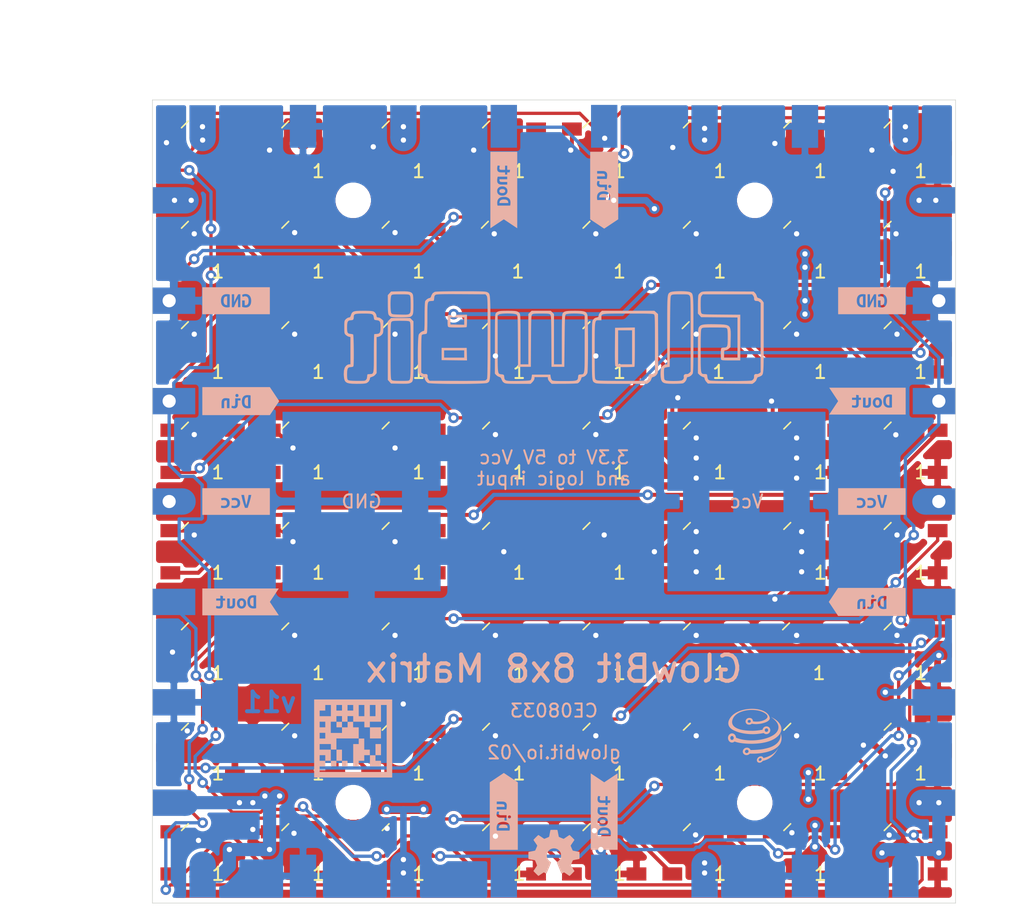
<source format=kicad_pcb>
(kicad_pcb (version 20171130) (host pcbnew "(5.1.10)-1")
  (title_block (title "GlowBit Matrix 8x8") (date 2021-09-14) (rev 10) (comment 1 "Designed at Core Electronics by Brenton Schulz") (comment 2 "GlowBit and the GlowBit logo are trademarks of Core Electronics Pty Ltd.") (comment 3 "License: CCASAv4.0 https://creativecommons.org/licenses/by-sa/4.0/"))
  (layers (0 F.Cu signal) (31 B.Cu signal) (34 B.Paste user) (35 F.Paste user) (36 B.SilkS user) (37 F.SilkS user) (38 B.Mask user) (39 F.Mask user) (44 Edge.Cuts user))
  (net 0 "")
  (net 1 VCC)
  (net 2 "Net-(D1-Pad2)")
  (net 3 GND)
  (net 4 "Net-(D2-Pad2)")
  (net 5 "Net-(D13-Pad2)")
  (net 6 "Net-(D3-Pad2)")
  (net 7 "Net-(D14-Pad2)")
  (net 8 "Net-(D4-Pad2)")
  (net 9 "Net-(D15-Pad2)")
  (net 10 "Net-(D5-Pad2)")
  (net 11 "Net-(D10-Pad4)")
  (net 12 "Net-(D13-Pad4)")
  (net 13 "Net-(D10-Pad2)")
  (net 14 "Net-(D11-Pad2)")
  (net 15 "Net-(D12-Pad2)")
  (net 16 "Net-(D16-Pad2)")
  (net 17 "Net-(D26-Pad2)")
  (net 18 "Net-(D27-Pad2)")
  (net 19 "Net-(D29-Pad2)")
  (net 20 "Net-(D30-Pad2)")
  (net 21 "Net-(D31-Pad2)")
  (net 22 "Net-(D17-Pad2)")
  (net 23 "Net-(D18-Pad2)")
  (net 24 "Net-(D19-Pad2)")
  (net 25 "Net-(D20-Pad2)")
  (net 26 "Net-(D21-Pad2)")
  (net 27 "Net-(D22-Pad2)")
  (net 28 "Net-(D23-Pad2)")
  (net 29 "Net-(D24-Pad2)")
  (net 30 "Net-(D28-Pad2)")
  (net 31 "Net-(D32-Pad2)")
  (net 32 "Net-(D33-Pad2)")
  (net 33 "Net-(D34-Pad2)")
  (net 34 "Net-(D35-Pad2)")
  (net 35 "Net-(D36-Pad2)")
  (net 36 "Net-(D37-Pad2)")
  (net 37 "Net-(D38-Pad2)")
  (net 38 "Net-(D39-Pad2)")
  (net 39 "Net-(D40-Pad2)")
  (net 40 "Net-(D41-Pad2)")
  (net 41 "Net-(D42-Pad2)")
  (net 42 "Net-(D43-Pad2)")
  (net 43 "Net-(D44-Pad2)")
  (net 44 "Net-(D45-Pad2)")
  (net 45 "Net-(D46-Pad2)")
  (net 46 "Net-(D47-Pad2)")
  (net 47 "Net-(D48-Pad2)")
  (net 48 "Net-(D49-Pad2)")
  (net 49 "Net-(D50-Pad2)")
  (net 50 "Net-(D51-Pad2)")
  (net 51 "Net-(D52-Pad2)")
  (net 52 "Net-(D53-Pad2)")
  (net 53 "Net-(D54-Pad2)")
  (net 54 "Net-(D55-Pad2)")
  (net 55 "Net-(D56-Pad2)")
  (net 56 "Net-(D6-Pad2)")
  (net 57 "Net-(D7-Pad2)")
  (net 58 "Net-(D25-Pad2)")
  (net 59 "Net-(D37-Pad4)")
  (net 60 "Net-(D57-Pad2)")
  (net 61 "Net-(D58-Pad2)")
  (net 62 "Net-(D59-Pad2)")
  (net 63 "Net-(D61-Pad2)")
  (net 64 "Net-(D62-Pad2)")
  (net 65 "Net-(D63-Pad2)")
  (net 66 /DIN)
  (net 67 /DOUT)
  (module lib:Glowbit-31.9x7.0mm (layer B.Cu) (at 154.075 85.774 180)
    (fp_text reference G1 hide)
    (fp_text value LOGO hide)
  )
  (module CoreElectronics_Artwork:oshw_3.9x3.5mm (layer B.Cu) (at 154.075 124.89 180)
    (fp_text reference G2 hide)
    (fp_text value "LOGO: OSHW" hide)
  )
  (module CoreElectronics_Artwork:CoreElectronics_logo_5mm_v2 (layer B.Cu) (at 169.315 116 180)
    (fp_text reference G*** hide)
    (fp_text value LOGO hide)
  )
  (module lib:CE08033 (layer B.Cu) (at 138.835 116.203361 180)
    (fp_text reference G*** hide)
    (fp_text value LOGO hide)
  )
  (module lib:GlowBit-SMD-Pad-Vcc (layer F.Cu) (at 183.055 75.36 90)
    (fp_text reference J34)
    (fp_text value Conn_01x01_Male)
    (pad 1 smd circle (at 0 -1.016 90) (size 2 2) (layers B.Cu B.Paste B.Mask) (net 1 VCC))
    (pad 1 smd rect (at 0 0.23 90) (size 2 2.49) (layers B.Cu B.Paste B.Mask) (net 1 VCC))
  )
  (module lib:GlowBit-SMD-Pad-Vcc (layer F.Cu) (at 125.095 75.36 270)
    (fp_text reference J4)
    (fp_text value Conn_01x01_Male)
    (pad 1 smd circle (at 0 -1.016 270) (size 2 2) (layers B.Cu B.Paste B.Mask) (net 1 VCC))
    (pad 1 smd rect (at 0 0.23 270) (size 2 2.49) (layers B.Cu B.Paste B.Mask) (net 1 VCC))
  )
  (module lib:THT-GlowBit-Matrix-Pad-Vcc (layer F.Cu) (at 124.865 98.22)
    (fp_text reference J1)
    (fp_text value Conn_01x01_Male)
    (pad 2 smd circle (at 1.016 0) (size 2 2) (layers B.Cu B.Paste B.Mask))
    (pad 1 smd rect (at -0.145 0) (size 2.25 2) (layers B.Cu B.Paste B.Mask) (net 1 VCC) (thermal_gap 0.5))
    (pad 1 thru_hole circle (at 0 0) (size 1.6 1.6) (drill 1) (layers *.Cu *.Mask) (net 1 VCC) (thermal_gap 0.3))
  )
  (module lib:THT-GlowBit-Matrix-Pad (layer F.Cu) (at 124.865 90.6)
    (fp_text reference J5)
    (fp_text value Conn_01x01_Male)
    (pad 1 smd rect (at 0.355 0) (size 3.25 2) (layers B.Cu B.Paste B.Mask) (net 66 /DIN) (thermal_gap 0.5))
    (pad 1 thru_hole circle (at 0 0) (size 1.6 1.6) (drill 1) (layers *.Cu *.Mask) (net 66 /DIN) (thermal_gap 0.3))
  )
  (module lib:GlowBit-SMD-Pad-Vcc (layer F.Cu) (at 127.405 126.8)
    (fp_text reference J28)
    (fp_text value Conn_01x01_Male)
    (pad 1 smd circle (at 0 -1.016) (size 2 2) (layers B.Cu B.Paste B.Mask) (net 1 VCC))
    (pad 1 smd rect (at 0 0.23) (size 2 2.49) (layers B.Cu B.Paste B.Mask) (net 1 VCC))
  )
  (module lib:GlowBit-SMD-Pad-Vcc (layer F.Cu) (at 142.645 126.8)
    (fp_text reference J27)
    (fp_text value Conn_01x01_Male)
    (pad 1 smd circle (at 0 -1.016) (size 2 2) (layers B.Cu B.Paste B.Mask) (net 1 VCC))
    (pad 1 smd rect (at 0 0.23) (size 2 2.49) (layers B.Cu B.Paste B.Mask) (net 1 VCC))
  )
  (module lib:GlowBit-SMD-Pad-Vcc (layer F.Cu) (at 165.505 126.8)
    (fp_text reference J25)
    (fp_text value Conn_01x01_Male)
    (pad 1 smd circle (at 0 -1.016) (size 2 2) (layers B.Cu B.Paste B.Mask) (net 1 VCC))
    (pad 1 smd rect (at 0 0.23) (size 2 2.49) (layers B.Cu B.Paste B.Mask) (net 1 VCC))
  )
  (module lib:GlowBit-SMD-Pad-Vcc (layer F.Cu) (at 142.645 69.6156 180)
    (fp_text reference J20)
    (fp_text value Conn_01x01_Male)
    (pad 1 smd circle (at 0 -1.016 180) (size 2 2) (layers B.Cu B.Paste B.Mask) (net 1 VCC))
    (pad 1 smd rect (at 0 0.23 180) (size 2 2.49) (layers B.Cu B.Paste B.Mask) (net 1 VCC))
  )
  (module lib:GlowBit-SMD-Pad-Vcc (layer F.Cu) (at 180.745 126.8)
    (fp_text reference J18)
    (fp_text value Conn_01x01_Male)
    (pad 1 smd circle (at 0 -1.016) (size 2 2) (layers B.Cu B.Paste B.Mask) (net 1 VCC))
    (pad 1 smd rect (at 0 0.23) (size 2 2.49) (layers B.Cu B.Paste B.Mask) (net 1 VCC))
  )
  (module lib:GlowBit-SMD-Pad-Vcc (layer F.Cu) (at 127.405 69.6156 180)
    (fp_text reference J14)
    (fp_text value Conn_01x01_Male)
    (pad 1 smd circle (at 0 -1.016 180) (size 2 2) (layers B.Cu B.Paste B.Mask) (net 1 VCC))
    (pad 1 smd rect (at 0 0.23 180) (size 2 2.49) (layers B.Cu B.Paste B.Mask) (net 1 VCC))
  )
  (module lib:GlowBit-SMD-Pad-Vcc (layer F.Cu) (at 125.095 121.08 270)
    (fp_text reference J13)
    (fp_text value Conn_01x01_Male)
    (pad 1 smd circle (at 0 -1.016 270) (size 2 2) (layers B.Cu B.Paste B.Mask) (net 1 VCC))
    (pad 1 smd rect (at 0 0.23 270) (size 2 2.49) (layers B.Cu B.Paste B.Mask) (net 1 VCC))
  )
  (module lib:GlowBit-SMD-Pad-Vcc (layer F.Cu) (at 183.055 121.08 90)
    (fp_text reference J11)
    (fp_text value Conn_01x01_Male)
    (pad 1 smd circle (at 0 -1.016 90) (size 2 2) (layers B.Cu B.Paste B.Mask) (net 1 VCC))
    (pad 1 smd rect (at 0 0.23 90) (size 2 2.49) (layers B.Cu B.Paste B.Mask) (net 1 VCC))
  )
  (module lib:GlowBit-SMD-Pad-Vcc (layer F.Cu) (at 165.505 69.6156 180)
    (fp_text reference J9)
    (fp_text value Conn_01x01_Male)
    (pad 1 smd circle (at 0 -1.016 180) (size 2 2) (layers B.Cu B.Paste B.Mask) (net 1 VCC))
    (pad 1 smd rect (at 0 0.23 180) (size 2 2.49) (layers B.Cu B.Paste B.Mask) (net 1 VCC))
  )
  (module lib:GlowBit-SMD-Pad-Vcc (layer F.Cu) (at 180.745 69.6156 180)
    (fp_text reference J7)
    (fp_text value Conn_01x01_Male)
    (pad 1 smd circle (at 0 -1.016 180) (size 2 2) (layers B.Cu B.Paste B.Mask) (net 1 VCC))
    (pad 1 smd rect (at 0 0.23 180) (size 2 2.49) (layers B.Cu B.Paste B.Mask) (net 1 VCC))
  )
  (module lib:THT-GlowBit-Matrix-Pad-Vcc (layer F.Cu) (at 183.285 98.22 180)
    (fp_text reference J6)
    (fp_text value Conn_01x01_Male)
    (pad 2 smd circle (at 1.016 0 180) (size 2 2) (layers B.Cu B.Paste B.Mask))
    (pad 1 smd rect (at -0.145 0 180) (size 2.25 2) (layers B.Cu B.Paste B.Mask) (net 1 VCC) (thermal_gap 0.5))
    (pad 1 thru_hole circle (at 0 0 180) (size 1.6 1.6) (drill 1) (layers *.Cu *.Mask) (net 1 VCC) (thermal_gap 0.3))
  )
  (module lib:THT-GlowBit-Matrix-Pad (layer F.Cu) (at 124.865 82.98)
    (fp_text reference J3)
    (fp_text value Conn_01x01_Male)
    (pad 1 smd rect (at 0.355 0) (size 3.25 2) (layers B.Cu B.Paste B.Mask) (net 3 GND) (thermal_gap 0.5))
    (pad 1 thru_hole circle (at 0 0) (size 1.6 1.6) (drill 1) (layers *.Cu *.Mask) (net 3 GND) (thermal_gap 0.3))
  )
  (module lib:THT-GlowBit-Matrix-Pad (layer F.Cu) (at 183.285 90.6 180)
    (fp_text reference J33)
    (fp_text value Conn_01x01_Male)
    (pad 1 smd rect (at 0.355 0 180) (size 3.25 2) (layers B.Cu B.Paste B.Mask) (net 67 /DOUT) (thermal_gap 0.5))
    (pad 1 thru_hole circle (at 0 0 180) (size 1.6 1.6) (drill 1) (layers *.Cu *.Mask) (net 67 /DOUT) (thermal_gap 0.3))
  )
  (module lib:THT-GlowBit-Matrix-Pad (layer F.Cu) (at 183.285 82.98 180)
    (fp_text reference J2)
    (fp_text value Conn_01x01_Male)
    (pad 1 smd rect (at 0.355 0 180) (size 3.25 2) (layers B.Cu B.Paste B.Mask) (net 3 GND) (thermal_gap 0.5))
    (pad 1 thru_hole circle (at 0 0 180) (size 1.6 1.6) (drill 1) (layers *.Cu *.Mask) (net 3 GND) (thermal_gap 0.3))
  )
  (module lib:GlowBit-SMD-Pad (layer F.Cu) (at 125.373 105.84 90)
    (fp_text reference J15)
    (fp_text value Conn_01x01_Male)
    (pad 1 smd rect (at 0 -0.15 90) (size 2 3.25) (layers B.Cu B.Paste B.Mask) (net 67 /DOUT))
  )
  (module lib:GlowBit-SMD-Pad (layer F.Cu) (at 135.025 126.8)
    (fp_text reference J26)
    (fp_text value Conn_01x01_Male)
    (pad 1 smd rect (at 0 -0.15) (size 2 3.25) (layers B.Cu B.Paste B.Mask) (net 3 GND))
  )
  (module lib:GlowBit-SMD-Pad (layer F.Cu) (at 150.265 69.8912)
    (fp_text reference J24)
    (fp_text value Conn_01x01_Male)
    (pad 1 smd rect (at 0 -0.15) (size 2 3.25) (layers B.Cu B.Paste B.Mask) (net 67 /DOUT))
  )
  (module lib:GlowBit-SMD-Pad (layer F.Cu) (at 157.885 126.8)
    (fp_text reference J23)
    (fp_text value Conn_01x01_Male)
    (pad 1 smd rect (at 0 -0.15) (size 2 3.25) (layers B.Cu B.Paste B.Mask) (net 67 /DOUT))
  )
  (module lib:GlowBit-SMD-Pad (layer F.Cu) (at 150.265 126.8)
    (fp_text reference J22)
    (fp_text value Conn_01x01_Male)
    (pad 1 smd rect (at 0 -0.15) (size 2 3.25) (layers B.Cu B.Paste B.Mask) (net 66 /DIN))
  )
  (module lib:GlowBit-SMD-Pad (layer F.Cu) (at 157.885 69.8912)
    (fp_text reference J21)
    (fp_text value Conn_01x01_Male)
    (pad 1 smd rect (at 0 -0.15) (size 2 3.25) (layers B.Cu B.Paste B.Mask) (net 66 /DIN))
  )
  (module lib:GlowBit-SMD-Pad (layer F.Cu) (at 173.125 126.8)
    (fp_text reference J19)
    (fp_text value Conn_01x01_Male)
    (pad 1 smd rect (at 0 -0.15) (size 2 3.25) (layers B.Cu B.Paste B.Mask) (net 3 GND))
  )
  (module lib:GlowBit-SMD-Pad (layer F.Cu) (at 135.025 69.8912)
    (fp_text reference J17)
    (fp_text value Conn_01x01_Male)
    (pad 1 smd rect (at 0 -0.15) (size 2 3.25) (layers B.Cu B.Paste B.Mask) (net 3 GND))
  )
  (module lib:GlowBit-SMD-Pad (layer F.Cu) (at 182.777 105.84 270)
    (fp_text reference J16)
    (fp_text value Conn_01x01_Male)
    (pad 1 smd rect (at 0 -0.15 270) (size 2 3.25) (layers B.Cu B.Paste B.Mask) (net 66 /DIN))
  )
  (module lib:GlowBit-SMD-Pad (layer F.Cu) (at 173.125 69.9)
    (fp_text reference J12)
    (fp_text value Conn_01x01_Male)
    (pad 1 smd rect (at 0 -0.15) (size 2 3.25) (layers B.Cu B.Paste B.Mask) (net 3 GND))
  )
  (module lib:GlowBit-SMD-Pad (layer F.Cu) (at 125.373 113.46 90)
    (fp_text reference J10)
    (fp_text value Conn_01x01_Male)
    (pad 1 smd rect (at 0 -0.15 90) (size 2 3.25) (layers B.Cu B.Paste B.Mask) (net 3 GND))
  )
  (module lib:GlowBit-SMD-Pad (layer F.Cu) (at 183.055 113.46 90)
    (fp_text reference J8)
    (fp_text value Conn_01x01_Male)
    (pad 1 smd rect (at 0 -0.15 90) (size 2 3.25) (layers B.Cu B.Paste B.Mask) (net 3 GND))
  )
  (module lib:PowerPad (layer B.Cu) (at 139.47 94.41)
    (fp_text reference J32)
    (fp_text value Conn_01x01_Male)
    (pad 1 smd rect (at 0 0) (size 12 6) (layers B.Cu B.Paste B.Mask) (net 3 GND))
  )
  (module lib:PowerPad (layer B.Cu) (at 139.47 102.03)
    (fp_text reference J31)
    (fp_text value Conn_01x01_Male)
    (pad 1 smd rect (at 0 0) (size 12 6) (layers B.Cu B.Paste B.Mask) (net 3 GND))
  )
  (module lib:PowerPad (layer B.Cu) (at 168.68 102.03)
    (fp_text reference J30)
    (fp_text value Conn_01x01_Male)
    (pad 1 smd rect (at 0 0) (size 12 6) (layers B.Cu B.Paste B.Mask) (net 1 VCC))
  )
  (module lib:PowerPad (layer B.Cu) (at 168.68 94.41)
    (fp_text reference J29)
    (fp_text value Conn_01x01_Male)
    (pad 1 smd rect (at 0 0) (size 12 6) (layers B.Cu B.Paste B.Mask) (net 1 VCC))
  )
  (module Fiducial:Fiducial_1mm_Mask2mm (layer F.Cu) (at 142.391 117.27)
    (fp_text reference FID3)
    (fp_text value Fiducial)
    (pad "" smd circle (at 0 0) (size 1 1) (layers F.Cu F.Mask) (clearance 0.5))
  )
  (module label (layer B.Cu) (at 157.885 74.591762 90)
    (fp_text reference kibuzzard-6119FB4C hide)
    (fp_text value G5 hide)
  )
  (module label (layer B.Cu) (at 150.265 121.741238 90)
    (fp_text reference kibuzzard-61259FD0 hide)
    (fp_text value G*** hide)
  )
  (module label (layer B.Cu) (at 157.885 121.756054 90)
    (fp_text reference kibuzzard-6119FB06 hide)
    (fp_text value G6 hide)
  )
  (module label (layer B.Cu) (at 150.265 74.576946 90)
    (fp_text reference kibuzzard-61259FA5 hide)
    (fp_text value G*** hide)
  )
  (module label (layer B.Cu) (at 177.850238 105.84 180)
    (fp_text reference kibuzzard-61259FD0 hide)
    (fp_text value G*** hide)
  )
  (module label (layer B.Cu) (at 130.284946 105.84 180)
    (fp_text reference kibuzzard-61259FA5 hide)
    (fp_text value G*** hide)
  )
  (module label (layer B.Cu) (at 129.945 82.98 180)
    (fp_text reference kibuzzard-6119FB8F hide)
    (fp_text value G8 hide)
  )
  (module MountingHole:MountingHole_2.2mm_M2 (layer F.Cu) (at 138.835 75.36)
    (fp_text reference H4)
    (fp_text value MountingHole)
    (pad "" np_thru_hole circle (at 0 0) (size 2.2 2.2) (drill 2.2) (layers *.Cu *.Mask))
  )
  (module MountingHole:MountingHole_2.2mm_M2 (layer F.Cu) (at 169.315 121.08)
    (fp_text reference H3)
    (fp_text value MountingHole)
    (pad 1 np_thru_hole circle (at 0 0) (size 2.2 2.2) (drill 2.2) (layers *.Cu *.Mask))
  )
  (module MountingHole:MountingHole_2.2mm_M2 (layer F.Cu) (at 138.835 121.08)
    (fp_text reference H2)
    (fp_text value MountingHole)
    (pad 1 np_thru_hole circle (at 0 0) (size 2.2 2.2) (drill 2.2) (layers *.Cu *.Mask))
  )
  (module MountingHole:MountingHole_2.2mm_M2 (layer F.Cu) (at 169.315 75.36)
    (fp_text reference H1)
    (fp_text value MountingHole)
    (pad 1 np_thru_hole circle (at 0 0) (size 2.2 2.2) (drill 2.2) (layers *.Cu *.Mask))
  )
  (module Fiducial:Fiducial_1mm_Mask2mm (layer F.Cu) (at 135.025 71.042)
    (fp_text reference FID2)
    (fp_text value Fiducial)
    (pad "" smd circle (at 0 0) (size 1 1) (layers F.Cu F.Mask) (clearance 0.5))
  )
  (module Fiducial:Fiducial_1mm_Mask2mm (layer F.Cu) (at 180.745 125.906)
    (fp_text reference FID1)
    (fp_text value Fiducial)
    (pad "" smd circle (at 0 0) (size 1 1) (layers F.Cu F.Mask) (clearance 0.5))
  )
  (module label (layer B.Cu) (at 178.205 82.98 180)
    (fp_text reference kibuzzard-6119FB8F hide)
    (fp_text value G13 hide)
  )
  (module label (layer B.Cu) (at 129.945 98.22 180)
    (fp_text reference kibuzzard-6119FBA7 hide)
    (fp_text value G3 hide)
  )
  (module label (layer B.Cu) (at 130.299762 90.6 180)
    (fp_text reference kibuzzard-6119FB4C hide)
    (fp_text value G5 hide)
  )
  (module label (layer B.Cu) (at 177.865054 90.6 180)
    (fp_text reference kibuzzard-6119FB06 hide)
    (fp_text value G6 hide)
  )
  (module label (layer B.Cu) (at 178.205 98.22 180)
    (fp_text reference kibuzzard-6119FBA7 hide)
    (fp_text value G10 hide)
  )
  (module CoreElectronics_Components:LED_GlowBit_WS2812B_NoSilk (layer F.Cu) (at 180.745 124.89 180)
    (fp_text reference D64 hide)
    (fp_text value WS2812B)
    (pad 3 smd rect (at 2.45 1.6 180) (size 1.5 1) (layers F.Cu F.Paste F.Mask) (net 3 GND))
    (pad 4 smd rect (at 2.45 -1.6 180) (size 1.5 1) (layers F.Cu F.Paste F.Mask) (net 65 "Net-(D63-Pad2)"))
    (pad 2 smd rect (at -2.45 1.6 180) (size 1.5 1) (layers F.Cu F.Paste F.Mask) (net 67 /DOUT))
    (pad 1 smd rect (at -2.45 -1.6 180) (size 1.5 1) (layers F.Cu F.Paste F.Mask) (net 1 VCC))
  )
  (module CoreElectronics_Components:LED_GlowBit_WS2812B_NoSilk (layer F.Cu) (at 150.265 124.89 180)
    (fp_text reference D56 hide)
    (fp_text value WS2812B)
    (fp_text user 1 (at -1.1684 -1.6002) (layer F.SilkS))
    (pad 3 smd rect (at 2.45 1.6 180) (size 1.5 1) (layers F.Cu F.Paste F.Mask) (net 3 GND))
    (pad 4 smd rect (at 2.45 -1.6 180) (size 1.5 1) (layers F.Cu F.Paste F.Mask) (net 54 "Net-(D55-Pad2)"))
    (pad 2 smd rect (at -2.45 1.6 180) (size 1.5 1) (layers F.Cu F.Paste F.Mask) (net 55 "Net-(D56-Pad2)"))
    (pad 1 smd rect (at -2.45 -1.6 180) (size 1.5 1) (layers F.Cu F.Paste F.Mask) (net 1 VCC))
  )
  (module CoreElectronics_Components:LED_GlowBit_WS2812B_NoSilk (layer F.Cu) (at 180.745 117.27 180)
    (fp_text reference D48 hide)
    (fp_text value WS2812B)
    (fp_text user 1 (at -1.1684 -1.6002) (layer F.SilkS))
    (pad 3 smd rect (at 2.45 1.6 180) (size 1.5 1) (layers F.Cu F.Paste F.Mask) (net 3 GND))
    (pad 4 smd rect (at 2.45 -1.6 180) (size 1.5 1) (layers F.Cu F.Paste F.Mask) (net 46 "Net-(D47-Pad2)"))
    (pad 2 smd rect (at -2.45 1.6 180) (size 1.5 1) (layers F.Cu F.Paste F.Mask) (net 47 "Net-(D48-Pad2)"))
    (pad 1 smd rect (at -2.45 -1.6 180) (size 1.5 1) (layers F.Cu F.Paste F.Mask) (net 1 VCC))
  )
  (module CoreElectronics_Components:LED_GlowBit_WS2812B_NoSilk (layer F.Cu) (at 150.265 117.27 180)
    (fp_text reference D40 hide)
    (fp_text value WS2812B)
    (fp_text user 1 (at -1.1684 -1.6002) (layer F.SilkS))
    (pad 3 smd rect (at 2.45 1.6 180) (size 1.5 1) (layers F.Cu F.Paste F.Mask) (net 3 GND))
    (pad 4 smd rect (at 2.45 -1.6 180) (size 1.5 1) (layers F.Cu F.Paste F.Mask) (net 38 "Net-(D39-Pad2)"))
    (pad 2 smd rect (at -2.45 1.6 180) (size 1.5 1) (layers F.Cu F.Paste F.Mask) (net 39 "Net-(D40-Pad2)"))
    (pad 1 smd rect (at -2.45 -1.6 180) (size 1.5 1) (layers F.Cu F.Paste F.Mask) (net 1 VCC))
  )
  (module CoreElectronics_Components:LED_GlowBit_WS2812B_NoSilk (layer F.Cu) (at 180.745 94.41 180)
    (fp_text reference D32 hide)
    (fp_text value WS2812B)
    (fp_text user 1 (at -1.1684 -1.6002) (layer F.SilkS))
    (pad 3 smd rect (at 2.45 1.6 180) (size 1.5 1) (layers F.Cu F.Paste F.Mask) (net 3 GND))
    (pad 4 smd rect (at 2.45 -1.6 180) (size 1.5 1) (layers F.Cu F.Paste F.Mask) (net 21 "Net-(D31-Pad2)"))
    (pad 2 smd rect (at -2.45 1.6 180) (size 1.5 1) (layers F.Cu F.Paste F.Mask) (net 31 "Net-(D32-Pad2)"))
    (pad 1 smd rect (at -2.45 -1.6 180) (size 1.5 1) (layers F.Cu F.Paste F.Mask) (net 1 VCC))
  )
  (module CoreElectronics_Components:LED_GlowBit_WS2812B_NoSilk (layer F.Cu) (at 150.265 94.41 180)
    (fp_text reference D24 hide)
    (fp_text value WS2812B)
    (fp_text user 1 (at -1.1684 -1.6002) (layer F.SilkS))
    (pad 3 smd rect (at 2.45 1.6 180) (size 1.5 1) (layers F.Cu F.Paste F.Mask) (net 3 GND))
    (pad 4 smd rect (at 2.45 -1.6 180) (size 1.5 1) (layers F.Cu F.Paste F.Mask) (net 28 "Net-(D23-Pad2)"))
    (pad 2 smd rect (at -2.45 1.6 180) (size 1.5 1) (layers F.Cu F.Paste F.Mask) (net 29 "Net-(D24-Pad2)"))
    (pad 1 smd rect (at -2.45 -1.6 180) (size 1.5 1) (layers F.Cu F.Paste F.Mask) (net 1 VCC))
  )
  (module CoreElectronics_Components:LED_GlowBit_WS2812B_NoSilk (layer F.Cu) (at 180.745 86.79 180)
    (fp_text reference D16 hide)
    (fp_text value WS2812B)
    (fp_text user 1 (at -1.1684 -1.6002) (layer F.SilkS))
    (pad 3 smd rect (at 2.45 1.6 180) (size 1.5 1) (layers F.Cu F.Paste F.Mask) (net 3 GND))
    (pad 4 smd rect (at 2.45 -1.6 180) (size 1.5 1) (layers F.Cu F.Paste F.Mask) (net 9 "Net-(D15-Pad2)"))
    (pad 2 smd rect (at -2.45 1.6 180) (size 1.5 1) (layers F.Cu F.Paste F.Mask) (net 16 "Net-(D16-Pad2)"))
    (pad 1 smd rect (at -2.45 -1.6 180) (size 1.5 1) (layers F.Cu F.Paste F.Mask) (net 1 VCC))
  )
  (module CoreElectronics_Components:LED_GlowBit_WS2812B_NoSilk (layer F.Cu) (at 150.265 86.79 180)
    (fp_text reference D8 hide)
    (fp_text value WS2812B)
    (fp_text user 1 (at -1.1684 -1.6002) (layer F.SilkS))
    (pad 3 smd rect (at 2.45 1.6 180) (size 1.5 1) (layers F.Cu F.Paste F.Mask) (net 3 GND))
    (pad 4 smd rect (at 2.45 -1.6 180) (size 1.5 1) (layers F.Cu F.Paste F.Mask) (net 57 "Net-(D7-Pad2)"))
    (pad 2 smd rect (at -2.45 1.6 180) (size 1.5 1) (layers F.Cu F.Paste F.Mask) (net 12 "Net-(D13-Pad4)"))
    (pad 1 smd rect (at -2.45 -1.6 180) (size 1.5 1) (layers F.Cu F.Paste F.Mask) (net 1 VCC))
  )
  (module CoreElectronics_Components:LED_GlowBit_WS2812B_NoSilk (layer F.Cu) (at 173.125 124.89 180)
    (fp_text reference D63 hide)
    (fp_text value WS2812B)
    (fp_text user 1 (at -1.1684 -1.6002) (layer F.SilkS))
    (pad 3 smd rect (at 2.45 1.6 180) (size 1.5 1) (layers F.Cu F.Paste F.Mask) (net 3 GND))
    (pad 4 smd rect (at 2.45 -1.6 180) (size 1.5 1) (layers F.Cu F.Paste F.Mask) (net 64 "Net-(D62-Pad2)"))
    (pad 2 smd rect (at -2.45 1.6 180) (size 1.5 1) (layers F.Cu F.Paste F.Mask) (net 65 "Net-(D63-Pad2)"))
    (pad 1 smd rect (at -2.45 -1.6 180) (size 1.5 1) (layers F.Cu F.Paste F.Mask) (net 1 VCC))
  )
  (module CoreElectronics_Components:LED_GlowBit_WS2812B_NoSilk (layer F.Cu) (at 142.645 124.89 180)
    (fp_text reference D55 hide)
    (fp_text value WS2812B)
    (fp_text user 1 (at -1.1684 -1.6002) (layer F.SilkS))
    (pad 3 smd rect (at 2.45 1.6 180) (size 1.5 1) (layers F.Cu F.Paste F.Mask) (net 3 GND))
    (pad 4 smd rect (at 2.45 -1.6 180) (size 1.5 1) (layers F.Cu F.Paste F.Mask) (net 53 "Net-(D54-Pad2)"))
    (pad 2 smd rect (at -2.45 1.6 180) (size 1.5 1) (layers F.Cu F.Paste F.Mask) (net 54 "Net-(D55-Pad2)"))
    (pad 1 smd rect (at -2.45 -1.6 180) (size 1.5 1) (layers F.Cu F.Paste F.Mask) (net 1 VCC))
  )
  (module CoreElectronics_Components:LED_GlowBit_WS2812B_NoSilk (layer F.Cu) (at 173.125 117.27 180)
    (fp_text reference D47 hide)
    (fp_text value WS2812B)
    (fp_text user 1 (at -1.1684 -1.6002) (layer F.SilkS))
    (pad 3 smd rect (at 2.45 1.6 180) (size 1.5 1) (layers F.Cu F.Paste F.Mask) (net 3 GND))
    (pad 4 smd rect (at 2.45 -1.6 180) (size 1.5 1) (layers F.Cu F.Paste F.Mask) (net 45 "Net-(D46-Pad2)"))
    (pad 2 smd rect (at -2.45 1.6 180) (size 1.5 1) (layers F.Cu F.Paste F.Mask) (net 46 "Net-(D47-Pad2)"))
    (pad 1 smd rect (at -2.45 -1.6 180) (size 1.5 1) (layers F.Cu F.Paste F.Mask) (net 1 VCC))
  )
  (module CoreElectronics_Components:LED_GlowBit_WS2812B_NoSilk (layer F.Cu) (at 142.645 117.27 180)
    (fp_text reference D39 hide)
    (fp_text value WS2812B)
    (fp_text user 1 (at -1.1684 -1.6002) (layer F.SilkS))
    (pad 3 smd rect (at 2.45 1.6 180) (size 1.5 1) (layers F.Cu F.Paste F.Mask) (net 3 GND))
    (pad 4 smd rect (at 2.45 -1.6 180) (size 1.5 1) (layers F.Cu F.Paste F.Mask) (net 37 "Net-(D38-Pad2)"))
    (pad 2 smd rect (at -2.45 1.6 180) (size 1.5 1) (layers F.Cu F.Paste F.Mask) (net 38 "Net-(D39-Pad2)"))
    (pad 1 smd rect (at -2.45 -1.6 180) (size 1.5 1) (layers F.Cu F.Paste F.Mask) (net 1 VCC))
  )
  (module CoreElectronics_Components:LED_GlowBit_WS2812B_NoSilk (layer F.Cu) (at 173.125 94.41 180)
    (fp_text reference D31 hide)
    (fp_text value WS2812B)
    (fp_text user 1 (at -1.1684 -1.6002) (layer F.SilkS))
    (pad 3 smd rect (at 2.45 1.6 180) (size 1.5 1) (layers F.Cu F.Paste F.Mask) (net 3 GND))
    (pad 4 smd rect (at 2.45 -1.6 180) (size 1.5 1) (layers F.Cu F.Paste F.Mask) (net 20 "Net-(D30-Pad2)"))
    (pad 2 smd rect (at -2.45 1.6 180) (size 1.5 1) (layers F.Cu F.Paste F.Mask) (net 21 "Net-(D31-Pad2)"))
    (pad 1 smd rect (at -2.45 -1.6 180) (size 1.5 1) (layers F.Cu F.Paste F.Mask) (net 1 VCC))
  )
  (module CoreElectronics_Components:LED_GlowBit_WS2812B_NoSilk (layer F.Cu) (at 142.645 94.41 180)
    (fp_text reference D23 hide)
    (fp_text value WS2812B)
    (fp_text user 1 (at -1.1684 -1.6002) (layer F.SilkS))
    (pad 3 smd rect (at 2.45 1.6 180) (size 1.5 1) (layers F.Cu F.Paste F.Mask) (net 3 GND))
    (pad 4 smd rect (at 2.45 -1.6 180) (size 1.5 1) (layers F.Cu F.Paste F.Mask) (net 27 "Net-(D22-Pad2)"))
    (pad 2 smd rect (at -2.45 1.6 180) (size 1.5 1) (layers F.Cu F.Paste F.Mask) (net 28 "Net-(D23-Pad2)"))
    (pad 1 smd rect (at -2.45 -1.6 180) (size 1.5 1) (layers F.Cu F.Paste F.Mask) (net 1 VCC))
  )
  (module CoreElectronics_Components:LED_GlowBit_WS2812B_NoSilk (layer F.Cu) (at 173.125 86.79 180)
    (fp_text reference D15 hide)
    (fp_text value WS2812B)
    (fp_text user 1 (at -1.1684 -1.6002) (layer F.SilkS))
    (pad 3 smd rect (at 2.45 1.6 180) (size 1.5 1) (layers F.Cu F.Paste F.Mask) (net 3 GND))
    (pad 4 smd rect (at 2.45 -1.6 180) (size 1.5 1) (layers F.Cu F.Paste F.Mask) (net 7 "Net-(D14-Pad2)"))
    (pad 2 smd rect (at -2.45 1.6 180) (size 1.5 1) (layers F.Cu F.Paste F.Mask) (net 9 "Net-(D15-Pad2)"))
    (pad 1 smd rect (at -2.45 -1.6 180) (size 1.5 1) (layers F.Cu F.Paste F.Mask) (net 1 VCC))
  )
  (module CoreElectronics_Components:LED_GlowBit_WS2812B_NoSilk (layer F.Cu) (at 142.645 86.79 180)
    (fp_text reference D7 hide)
    (fp_text value WS2812B)
    (fp_text user 1 (at -1.1684 -1.6002) (layer F.SilkS))
    (pad 3 smd rect (at 2.45 1.6 180) (size 1.5 1) (layers F.Cu F.Paste F.Mask) (net 3 GND))
    (pad 4 smd rect (at 2.45 -1.6 180) (size 1.5 1) (layers F.Cu F.Paste F.Mask) (net 56 "Net-(D6-Pad2)"))
    (pad 2 smd rect (at -2.45 1.6 180) (size 1.5 1) (layers F.Cu F.Paste F.Mask) (net 57 "Net-(D7-Pad2)"))
    (pad 1 smd rect (at -2.45 -1.6 180) (size 1.5 1) (layers F.Cu F.Paste F.Mask) (net 1 VCC))
  )
  (module CoreElectronics_Components:LED_GlowBit_WS2812B_NoSilk (layer F.Cu) (at 165.505 124.89 180)
    (fp_text reference D62 hide)
    (fp_text value WS2812B)
    (fp_text user 1 (at -1.1684 -1.6002) (layer F.SilkS))
    (pad 3 smd rect (at 2.45 1.6 180) (size 1.5 1) (layers F.Cu F.Paste F.Mask) (net 3 GND))
    (pad 4 smd rect (at 2.45 -1.6 180) (size 1.5 1) (layers F.Cu F.Paste F.Mask) (net 63 "Net-(D61-Pad2)"))
    (pad 2 smd rect (at -2.45 1.6 180) (size 1.5 1) (layers F.Cu F.Paste F.Mask) (net 64 "Net-(D62-Pad2)"))
    (pad 1 smd rect (at -2.45 -1.6 180) (size 1.5 1) (layers F.Cu F.Paste F.Mask) (net 1 VCC))
  )
  (module CoreElectronics_Components:LED_GlowBit_WS2812B_NoSilk (layer F.Cu) (at 135.025 124.89 180)
    (fp_text reference D54 hide)
    (fp_text value WS2812B)
    (fp_text user 1 (at -1.1684 -1.6002) (layer F.SilkS))
    (pad 3 smd rect (at 2.45 1.6 180) (size 1.5 1) (layers F.Cu F.Paste F.Mask) (net 3 GND))
    (pad 4 smd rect (at 2.45 -1.6 180) (size 1.5 1) (layers F.Cu F.Paste F.Mask) (net 52 "Net-(D53-Pad2)"))
    (pad 2 smd rect (at -2.45 1.6 180) (size 1.5 1) (layers F.Cu F.Paste F.Mask) (net 53 "Net-(D54-Pad2)"))
    (pad 1 smd rect (at -2.45 -1.6 180) (size 1.5 1) (layers F.Cu F.Paste F.Mask) (net 1 VCC))
  )
  (module CoreElectronics_Components:LED_GlowBit_WS2812B_NoSilk (layer F.Cu) (at 165.505 117.27 180)
    (fp_text reference D46 hide)
    (fp_text value WS2812B)
    (fp_text user 1 (at -1.1684 -1.6002) (layer F.SilkS))
    (pad 3 smd rect (at 2.45 1.6 180) (size 1.5 1) (layers F.Cu F.Paste F.Mask) (net 3 GND))
    (pad 4 smd rect (at 2.45 -1.6 180) (size 1.5 1) (layers F.Cu F.Paste F.Mask) (net 44 "Net-(D45-Pad2)"))
    (pad 2 smd rect (at -2.45 1.6 180) (size 1.5 1) (layers F.Cu F.Paste F.Mask) (net 45 "Net-(D46-Pad2)"))
    (pad 1 smd rect (at -2.45 -1.6 180) (size 1.5 1) (layers F.Cu F.Paste F.Mask) (net 1 VCC))
  )
  (module CoreElectronics_Components:LED_GlowBit_WS2812B_NoSilk (layer F.Cu) (at 135.025 117.27 180)
    (fp_text reference D38 hide)
    (fp_text value WS2812B)
    (fp_text user 1 (at -1.1684 -1.6002) (layer F.SilkS))
    (pad 3 smd rect (at 2.45 1.6 180) (size 1.5 1) (layers F.Cu F.Paste F.Mask) (net 3 GND))
    (pad 4 smd rect (at 2.45 -1.6 180) (size 1.5 1) (layers F.Cu F.Paste F.Mask) (net 36 "Net-(D37-Pad2)"))
    (pad 2 smd rect (at -2.45 1.6 180) (size 1.5 1) (layers F.Cu F.Paste F.Mask) (net 37 "Net-(D38-Pad2)"))
    (pad 1 smd rect (at -2.45 -1.6 180) (size 1.5 1) (layers F.Cu F.Paste F.Mask) (net 1 VCC))
  )
  (module CoreElectronics_Components:LED_GlowBit_WS2812B_NoSilk (layer F.Cu) (at 165.505 94.41 180)
    (fp_text reference D30 hide)
    (fp_text value WS2812B)
    (fp_text user 1 (at -1.1684 -1.6002) (layer F.SilkS))
    (pad 3 smd rect (at 2.45 1.6 180) (size 1.5 1) (layers F.Cu F.Paste F.Mask) (net 3 GND))
    (pad 4 smd rect (at 2.45 -1.6 180) (size 1.5 1) (layers F.Cu F.Paste F.Mask) (net 19 "Net-(D29-Pad2)"))
    (pad 2 smd rect (at -2.45 1.6 180) (size 1.5 1) (layers F.Cu F.Paste F.Mask) (net 20 "Net-(D30-Pad2)"))
    (pad 1 smd rect (at -2.45 -1.6 180) (size 1.5 1) (layers F.Cu F.Paste F.Mask) (net 1 VCC))
  )
  (module CoreElectronics_Components:LED_GlowBit_WS2812B_NoSilk (layer F.Cu) (at 135.025 94.41 180)
    (fp_text reference D22 hide)
    (fp_text value WS2812B)
    (fp_text user 1 (at -1.1684 -1.6002) (layer F.SilkS))
    (pad 3 smd rect (at 2.45 1.6 180) (size 1.5 1) (layers F.Cu F.Paste F.Mask) (net 3 GND))
    (pad 4 smd rect (at 2.45 -1.6 180) (size 1.5 1) (layers F.Cu F.Paste F.Mask) (net 26 "Net-(D21-Pad2)"))
    (pad 2 smd rect (at -2.45 1.6 180) (size 1.5 1) (layers F.Cu F.Paste F.Mask) (net 27 "Net-(D22-Pad2)"))
    (pad 1 smd rect (at -2.45 -1.6 180) (size 1.5 1) (layers F.Cu F.Paste F.Mask) (net 1 VCC))
  )
  (module CoreElectronics_Components:LED_GlowBit_WS2812B_NoSilk (layer F.Cu) (at 165.415 86.79 180)
    (fp_text reference D14 hide)
    (fp_text value WS2812B)
    (fp_text user 1 (at -1.1684 -1.6002) (layer F.SilkS))
    (pad 3 smd rect (at 2.45 1.6 180) (size 1.5 1) (layers F.Cu F.Paste F.Mask) (net 3 GND))
    (pad 4 smd rect (at 2.45 -1.6 180) (size 1.5 1) (layers F.Cu F.Paste F.Mask) (net 5 "Net-(D13-Pad2)"))
    (pad 2 smd rect (at -2.45 1.6 180) (size 1.5 1) (layers F.Cu F.Paste F.Mask) (net 7 "Net-(D14-Pad2)"))
    (pad 1 smd rect (at -2.45 -1.6 180) (size 1.5 1) (layers F.Cu F.Paste F.Mask) (net 1 VCC))
  )
  (module CoreElectronics_Components:LED_GlowBit_WS2812B_NoSilk (layer F.Cu) (at 135.025 86.79 180)
    (fp_text reference D6 hide)
    (fp_text value WS2812B)
    (fp_text user 1 (at -1.1684 -1.6002) (layer F.SilkS))
    (pad 3 smd rect (at 2.45 1.6 180) (size 1.5 1) (layers F.Cu F.Paste F.Mask) (net 3 GND))
    (pad 4 smd rect (at 2.45 -1.6 180) (size 1.5 1) (layers F.Cu F.Paste F.Mask) (net 10 "Net-(D5-Pad2)"))
    (pad 2 smd rect (at -2.45 1.6 180) (size 1.5 1) (layers F.Cu F.Paste F.Mask) (net 56 "Net-(D6-Pad2)"))
    (pad 1 smd rect (at -2.45 -1.6 180) (size 1.5 1) (layers F.Cu F.Paste F.Mask) (net 1 VCC))
  )
  (module CoreElectronics_Components:LED_GlowBit_WS2812B_NoSilk (layer F.Cu) (at 157.885 124.89 180)
    (fp_text reference D61 hide)
    (fp_text value WS2812B)
    (fp_text user 1 (at -1.1684 -1.6002) (layer F.SilkS))
    (pad 3 smd rect (at 2.45 1.6 180) (size 1.5 1) (layers F.Cu F.Paste F.Mask) (net 3 GND))
    (pad 4 smd rect (at 2.45 -1.6 180) (size 1.5 1) (layers F.Cu F.Paste F.Mask) (net 55 "Net-(D56-Pad2)"))
    (pad 2 smd rect (at -2.45 1.6 180) (size 1.5 1) (layers F.Cu F.Paste F.Mask) (net 63 "Net-(D61-Pad2)"))
    (pad 1 smd rect (at -2.45 -1.6 180) (size 1.5 1) (layers F.Cu F.Paste F.Mask) (net 1 VCC))
  )
  (module CoreElectronics_Components:LED_GlowBit_WS2812B_NoSilk (layer F.Cu) (at 127.405 124.89 180)
    (fp_text reference D53 hide)
    (fp_text value WS2812B)
    (fp_text user 1 (at -1.1684 -1.6002) (layer F.SilkS))
    (pad 3 smd rect (at 2.45 1.6 180) (size 1.5 1) (layers F.Cu F.Paste F.Mask) (net 3 GND))
    (pad 4 smd rect (at 2.45 -1.6 180) (size 1.5 1) (layers F.Cu F.Paste F.Mask) (net 47 "Net-(D48-Pad2)"))
    (pad 2 smd rect (at -2.45 1.6 180) (size 1.5 1) (layers F.Cu F.Paste F.Mask) (net 52 "Net-(D53-Pad2)"))
    (pad 1 smd rect (at -2.45 -1.6 180) (size 1.5 1) (layers F.Cu F.Paste F.Mask) (net 1 VCC))
  )
  (module CoreElectronics_Components:LED_GlowBit_WS2812B_NoSilk (layer F.Cu) (at 157.885 117.27 180)
    (fp_text reference D45 hide)
    (fp_text value WS2812B)
    (fp_text user 1 (at -1.1684 -1.6002) (layer F.SilkS))
    (pad 3 smd rect (at 2.45 1.6 180) (size 1.5 1) (layers F.Cu F.Paste F.Mask) (net 3 GND))
    (pad 4 smd rect (at 2.45 -1.6 180) (size 1.5 1) (layers F.Cu F.Paste F.Mask) (net 39 "Net-(D40-Pad2)"))
    (pad 2 smd rect (at -2.45 1.6 180) (size 1.5 1) (layers F.Cu F.Paste F.Mask) (net 44 "Net-(D45-Pad2)"))
    (pad 1 smd rect (at -2.45 -1.6 180) (size 1.5 1) (layers F.Cu F.Paste F.Mask) (net 1 VCC))
  )
  (module CoreElectronics_Components:LED_GlowBit_WS2812B_NoSilk (layer F.Cu) (at 127.405 117.27 180)
    (fp_text reference D37 hide)
    (fp_text value WS2812B)
    (fp_text user 1 (at -1.1684 -1.6002) (layer F.SilkS))
    (pad 3 smd rect (at 2.45 1.6 180) (size 1.5 1) (layers F.Cu F.Paste F.Mask) (net 3 GND))
    (pad 4 smd rect (at 2.45 -1.6 180) (size 1.5 1) (layers F.Cu F.Paste F.Mask) (net 59 "Net-(D37-Pad4)"))
    (pad 2 smd rect (at -2.45 1.6 180) (size 1.5 1) (layers F.Cu F.Paste F.Mask) (net 36 "Net-(D37-Pad2)"))
    (pad 1 smd rect (at -2.45 -1.6 180) (size 1.5 1) (layers F.Cu F.Paste F.Mask) (net 1 VCC))
  )
  (module CoreElectronics_Components:LED_GlowBit_WS2812B_NoSilk (layer F.Cu) (at 157.885 94.41 180)
    (fp_text reference D29 hide)
    (fp_text value WS2812B)
    (fp_text user 1 (at -1.1684 -1.6002) (layer F.SilkS))
    (pad 3 smd rect (at 2.45 1.6 180) (size 1.5 1) (layers F.Cu F.Paste F.Mask) (net 3 GND))
    (pad 4 smd rect (at 2.45 -1.6 180) (size 1.5 1) (layers F.Cu F.Paste F.Mask) (net 29 "Net-(D24-Pad2)"))
    (pad 2 smd rect (at -2.45 1.6 180) (size 1.5 1) (layers F.Cu F.Paste F.Mask) (net 19 "Net-(D29-Pad2)"))
    (pad 1 smd rect (at -2.45 -1.6 180) (size 1.5 1) (layers F.Cu F.Paste F.Mask) (net 1 VCC))
  )
  (module CoreElectronics_Components:LED_GlowBit_WS2812B_NoSilk (layer F.Cu) (at 127.405 94.41 180)
    (fp_text reference D21 hide)
    (fp_text value WS2812B)
    (fp_text user 1 (at -1.1684 -1.6002) (layer F.SilkS))
    (pad 3 smd rect (at 2.45 1.6 180) (size 1.5 1) (layers F.Cu F.Paste F.Mask) (net 3 GND))
    (pad 4 smd rect (at 2.45 -1.6 180) (size 1.5 1) (layers F.Cu F.Paste F.Mask) (net 16 "Net-(D16-Pad2)"))
    (pad 2 smd rect (at -2.45 1.6 180) (size 1.5 1) (layers F.Cu F.Paste F.Mask) (net 26 "Net-(D21-Pad2)"))
    (pad 1 smd rect (at -2.45 -1.6 180) (size 1.5 1) (layers F.Cu F.Paste F.Mask) (net 1 VCC))
  )
  (module CoreElectronics_Components:LED_GlowBit_WS2812B_NoSilk (layer F.Cu) (at 157.885 86.79 180)
    (fp_text reference D13 hide)
    (fp_text value WS2812B)
    (fp_text user 1 (at -1.1684 -1.6002) (layer F.SilkS))
    (pad 3 smd rect (at 2.45 1.6 180) (size 1.5 1) (layers F.Cu F.Paste F.Mask) (net 3 GND))
    (pad 4 smd rect (at 2.45 -1.6 180) (size 1.5 1) (layers F.Cu F.Paste F.Mask) (net 12 "Net-(D13-Pad4)"))
    (pad 2 smd rect (at -2.45 1.6 180) (size 1.5 1) (layers F.Cu F.Paste F.Mask) (net 5 "Net-(D13-Pad2)"))
    (pad 1 smd rect (at -2.45 -1.6 180) (size 1.5 1) (layers F.Cu F.Paste F.Mask) (net 1 VCC))
  )
  (module CoreElectronics_Components:LED_GlowBit_WS2812B_NoSilk (layer F.Cu) (at 127.405 86.79 180)
    (fp_text reference D5 hide)
    (fp_text value WS2812B)
    (fp_text user 1 (at -1.1684 -1.6002) (layer F.SilkS))
    (pad 3 smd rect (at 2.45 1.6 180) (size 1.5 1) (layers F.Cu F.Paste F.Mask) (net 3 GND))
    (pad 4 smd rect (at 2.45 -1.6 180) (size 1.5 1) (layers F.Cu F.Paste F.Mask) (net 30 "Net-(D28-Pad2)"))
    (pad 2 smd rect (at -2.45 1.6 180) (size 1.5 1) (layers F.Cu F.Paste F.Mask) (net 10 "Net-(D5-Pad2)"))
    (pad 1 smd rect (at -2.45 -1.6 180) (size 1.5 1) (layers F.Cu F.Paste F.Mask) (net 1 VCC))
  )
  (module CoreElectronics_Components:LED_GlowBit_WS2812B_NoSilk (layer F.Cu) (at 180.745 109.65 180)
    (fp_text reference D60 hide)
    (fp_text value WS2812B)
    (fp_text user 1 (at -1.1684 -1.6002) (layer F.SilkS))
    (pad 3 smd rect (at 2.45 1.6 180) (size 1.5 1) (layers F.Cu F.Paste F.Mask) (net 3 GND))
    (pad 4 smd rect (at 2.45 -1.6 180) (size 1.5 1) (layers F.Cu F.Paste F.Mask) (net 62 "Net-(D59-Pad2)"))
    (pad 2 smd rect (at -2.45 1.6 180) (size 1.5 1) (layers F.Cu F.Paste F.Mask) (net 59 "Net-(D37-Pad4)"))
    (pad 1 smd rect (at -2.45 -1.6 180) (size 1.5 1) (layers F.Cu F.Paste F.Mask) (net 1 VCC))
  )
  (module CoreElectronics_Components:LED_GlowBit_WS2812B_NoSilk (layer F.Cu) (at 150.265 109.65 180)
    (fp_text reference D52 hide)
    (fp_text value WS2812B)
    (fp_text user 1 (at -1.1684 -1.6002) (layer F.SilkS))
    (pad 3 smd rect (at 2.45 1.6 180) (size 1.5 1) (layers F.Cu F.Paste F.Mask) (net 3 GND))
    (pad 4 smd rect (at 2.45 -1.6 180) (size 1.5 1) (layers F.Cu F.Paste F.Mask) (net 50 "Net-(D51-Pad2)"))
    (pad 2 smd rect (at -2.45 1.6 180) (size 1.5 1) (layers F.Cu F.Paste F.Mask) (net 51 "Net-(D52-Pad2)"))
    (pad 1 smd rect (at -2.45 -1.6 180) (size 1.5 1) (layers F.Cu F.Paste F.Mask) (net 1 VCC))
  )
  (module CoreElectronics_Components:LED_GlowBit_WS2812B_NoSilk (layer F.Cu) (at 180.745 102.03 180)
    (fp_text reference D44 hide)
    (fp_text value WS2812B)
    (fp_text user 1 (at -1.1684 -1.6002) (layer F.SilkS))
    (pad 3 smd rect (at 2.45 1.6 180) (size 1.5 1) (layers F.Cu F.Paste F.Mask) (net 3 GND))
    (pad 4 smd rect (at 2.45 -1.6 180) (size 1.5 1) (layers F.Cu F.Paste F.Mask) (net 42 "Net-(D43-Pad2)"))
    (pad 2 smd rect (at -2.45 1.6 180) (size 1.5 1) (layers F.Cu F.Paste F.Mask) (net 43 "Net-(D44-Pad2)"))
    (pad 1 smd rect (at -2.45 -1.6 180) (size 1.5 1) (layers F.Cu F.Paste F.Mask) (net 1 VCC))
  )
  (module CoreElectronics_Components:LED_GlowBit_WS2812B_NoSilk (layer F.Cu) (at 150.265 102.03 180)
    (fp_text reference D36 hide)
    (fp_text value WS2812B)
    (fp_text user 1 (at -1.1684 -1.6002) (layer F.SilkS))
    (pad 3 smd rect (at 2.45 1.6 180) (size 1.5 1) (layers F.Cu F.Paste F.Mask) (net 3 GND))
    (pad 4 smd rect (at 2.45 -1.6 180) (size 1.5 1) (layers F.Cu F.Paste F.Mask) (net 34 "Net-(D35-Pad2)"))
    (pad 2 smd rect (at -2.45 1.6 180) (size 1.5 1) (layers F.Cu F.Paste F.Mask) (net 35 "Net-(D36-Pad2)"))
    (pad 1 smd rect (at -2.45 -1.6 180) (size 1.5 1) (layers F.Cu F.Paste F.Mask) (net 1 VCC))
  )
  (module CoreElectronics_Components:LED_GlowBit_WS2812B_NoSilk (layer F.Cu) (at 180.745 79.17 180)
    (fp_text reference D28 hide)
    (fp_text value WS2812B)
    (fp_text user 1 (at -1.1684 -1.6002) (layer F.SilkS))
    (pad 3 smd rect (at 2.45 1.6 180) (size 1.5 1) (layers F.Cu F.Paste F.Mask) (net 3 GND))
    (pad 4 smd rect (at 2.45 -1.6 180) (size 1.5 1) (layers F.Cu F.Paste F.Mask) (net 18 "Net-(D27-Pad2)"))
    (pad 2 smd rect (at -2.45 1.6 180) (size 1.5 1) (layers F.Cu F.Paste F.Mask) (net 30 "Net-(D28-Pad2)"))
    (pad 1 smd rect (at -2.45 -1.6 180) (size 1.5 1) (layers F.Cu F.Paste F.Mask) (net 1 VCC))
  )
  (module CoreElectronics_Components:LED_GlowBit_WS2812B_NoSilk (layer F.Cu) (at 150.175 79.17 180)
    (fp_text reference D20 hide)
    (fp_text value WS2812B)
    (fp_text user 1 (at -1.1684 -1.6002) (layer F.SilkS))
    (pad 3 smd rect (at 2.45 1.6 180) (size 1.5 1) (layers F.Cu F.Paste F.Mask) (net 3 GND))
    (pad 4 smd rect (at 2.45 -1.6 180) (size 1.5 1) (layers F.Cu F.Paste F.Mask) (net 24 "Net-(D19-Pad2)"))
    (pad 2 smd rect (at -2.45 1.6 180) (size 1.5 1) (layers F.Cu F.Paste F.Mask) (net 25 "Net-(D20-Pad2)"))
    (pad 1 smd rect (at -2.45 -1.6 180) (size 1.5 1) (layers F.Cu F.Paste F.Mask) (net 1 VCC))
  )
  (module CoreElectronics_Components:LED_GlowBit_WS2812B_NoSilk (layer F.Cu) (at 180.745 71.55 180)
    (fp_text reference D12 hide)
    (fp_text value WS2812B)
    (fp_text user 1 (at -1.1684 -1.6002) (layer F.SilkS))
    (pad 3 smd rect (at 2.45 1.6 180) (size 1.5 1) (layers F.Cu F.Paste F.Mask) (net 3 GND))
    (pad 4 smd rect (at 2.45 -1.6 180) (size 1.5 1) (layers F.Cu F.Paste F.Mask) (net 14 "Net-(D11-Pad2)"))
    (pad 2 smd rect (at -2.45 1.6 180) (size 1.5 1) (layers F.Cu F.Paste F.Mask) (net 15 "Net-(D12-Pad2)"))
    (pad 1 smd rect (at -2.45 -1.6 180) (size 1.5 1) (layers F.Cu F.Paste F.Mask) (net 1 VCC))
  )
  (module CoreElectronics_Components:LED_GlowBit_WS2812B_NoSilk (layer F.Cu) (at 150.265 71.55 180)
    (fp_text reference D4 hide)
    (fp_text value WS2812B)
    (fp_text user 1 (at -1.1684 -1.6002) (layer F.SilkS))
    (pad 3 smd rect (at 2.45 1.6 180) (size 1.5 1) (layers F.Cu F.Paste F.Mask) (net 3 GND))
    (pad 4 smd rect (at 2.45 -1.6 180) (size 1.5 1) (layers F.Cu F.Paste F.Mask) (net 6 "Net-(D3-Pad2)"))
    (pad 2 smd rect (at -2.45 1.6 180) (size 1.5 1) (layers F.Cu F.Paste F.Mask) (net 8 "Net-(D4-Pad2)"))
    (pad 1 smd rect (at -2.45 -1.6 180) (size 1.5 1) (layers F.Cu F.Paste F.Mask) (net 1 VCC))
  )
  (module CoreElectronics_Components:LED_GlowBit_WS2812B_NoSilk (layer F.Cu) (at 173.035 109.65 180)
    (fp_text reference D59 hide)
    (fp_text value WS2812B)
    (fp_text user 1 (at -1.1684 -1.6002) (layer F.SilkS))
    (pad 3 smd rect (at 2.45 1.6 180) (size 1.5 1) (layers F.Cu F.Paste F.Mask) (net 3 GND))
    (pad 4 smd rect (at 2.45 -1.6 180) (size 1.5 1) (layers F.Cu F.Paste F.Mask) (net 61 "Net-(D58-Pad2)"))
    (pad 2 smd rect (at -2.45 1.6 180) (size 1.5 1) (layers F.Cu F.Paste F.Mask) (net 62 "Net-(D59-Pad2)"))
    (pad 1 smd rect (at -2.45 -1.6 180) (size 1.5 1) (layers F.Cu F.Paste F.Mask) (net 1 VCC))
  )
  (module CoreElectronics_Components:LED_GlowBit_WS2812B_NoSilk (layer F.Cu) (at 142.645 109.65 180)
    (fp_text reference D51 hide)
    (fp_text value WS2812B)
    (fp_text user 1 (at -1.1684 -1.6002) (layer F.SilkS))
    (pad 3 smd rect (at 2.45 1.6 180) (size 1.5 1) (layers F.Cu F.Paste F.Mask) (net 3 GND))
    (pad 4 smd rect (at 2.45 -1.6 180) (size 1.5 1) (layers F.Cu F.Paste F.Mask) (net 49 "Net-(D50-Pad2)"))
    (pad 2 smd rect (at -2.45 1.6 180) (size 1.5 1) (layers F.Cu F.Paste F.Mask) (net 50 "Net-(D51-Pad2)"))
    (pad 1 smd rect (at -2.45 -1.6 180) (size 1.5 1) (layers F.Cu F.Paste F.Mask) (net 1 VCC))
  )
  (module CoreElectronics_Components:LED_GlowBit_WS2812B_NoSilk (layer F.Cu) (at 173.125 102.03 180)
    (fp_text reference D43 hide)
    (fp_text value WS2812B)
    (fp_text user 1 (at -1.1684 -1.6002) (layer F.SilkS))
    (pad 3 smd rect (at 2.45 1.6 180) (size 1.5 1) (layers F.Cu F.Paste F.Mask) (net 3 GND))
    (pad 4 smd rect (at 2.45 -1.6 180) (size 1.5 1) (layers F.Cu F.Paste F.Mask) (net 41 "Net-(D42-Pad2)"))
    (pad 2 smd rect (at -2.45 1.6 180) (size 1.5 1) (layers F.Cu F.Paste F.Mask) (net 42 "Net-(D43-Pad2)"))
    (pad 1 smd rect (at -2.45 -1.6 180) (size 1.5 1) (layers F.Cu F.Paste F.Mask) (net 1 VCC))
  )
  (module CoreElectronics_Components:LED_GlowBit_WS2812B_NoSilk (layer F.Cu) (at 142.645 102.03 180)
    (fp_text reference D35 hide)
    (fp_text value WS2812B)
    (fp_text user 1 (at -1.1684 -1.6002) (layer F.SilkS))
    (pad 3 smd rect (at 2.45 1.6 180) (size 1.5 1) (layers F.Cu F.Paste F.Mask) (net 3 GND))
    (pad 4 smd rect (at 2.45 -1.6 180) (size 1.5 1) (layers F.Cu F.Paste F.Mask) (net 33 "Net-(D34-Pad2)"))
    (pad 2 smd rect (at -2.45 1.6 180) (size 1.5 1) (layers F.Cu F.Paste F.Mask) (net 34 "Net-(D35-Pad2)"))
    (pad 1 smd rect (at -2.45 -1.6 180) (size 1.5 1) (layers F.Cu F.Paste F.Mask) (net 1 VCC))
  )
  (module CoreElectronics_Components:LED_GlowBit_WS2812B_NoSilk (layer F.Cu) (at 173.125 79.17 180)
    (fp_text reference D27 hide)
    (fp_text value WS2812B)
    (fp_text user 1 (at -1.1684 -1.6002) (layer F.SilkS))
    (pad 3 smd rect (at 2.45 1.6 180) (size 1.5 1) (layers F.Cu F.Paste F.Mask) (net 3 GND))
    (pad 4 smd rect (at 2.45 -1.6 180) (size 1.5 1) (layers F.Cu F.Paste F.Mask) (net 17 "Net-(D26-Pad2)"))
    (pad 2 smd rect (at -2.45 1.6 180) (size 1.5 1) (layers F.Cu F.Paste F.Mask) (net 18 "Net-(D27-Pad2)"))
    (pad 1 smd rect (at -2.45 -1.6 180) (size 1.5 1) (layers F.Cu F.Paste F.Mask) (net 1 VCC))
  )
  (module CoreElectronics_Components:LED_GlowBit_WS2812B_NoSilk (layer F.Cu) (at 142.645 79.17 180)
    (fp_text reference D19 hide)
    (fp_text value WS2812B)
    (fp_text user 1 (at -1.1684 -1.6002) (layer F.SilkS))
    (pad 3 smd rect (at 2.45 1.6 180) (size 1.5 1) (layers F.Cu F.Paste F.Mask) (net 3 GND))
    (pad 4 smd rect (at 2.45 -1.6 180) (size 1.5 1) (layers F.Cu F.Paste F.Mask) (net 23 "Net-(D18-Pad2)"))
    (pad 2 smd rect (at -2.45 1.6 180) (size 1.5 1) (layers F.Cu F.Paste F.Mask) (net 24 "Net-(D19-Pad2)"))
    (pad 1 smd rect (at -2.45 -1.6 180) (size 1.5 1) (layers F.Cu F.Paste F.Mask) (net 1 VCC))
  )
  (module CoreElectronics_Components:LED_GlowBit_WS2812B_NoSilk (layer F.Cu) (at 173.125 71.55 180)
    (fp_text reference D11 hide)
    (fp_text value WS2812B)
    (fp_text user 1 (at -1.1684 -1.6002) (layer F.SilkS))
    (pad 3 smd rect (at 2.45 1.6 180) (size 1.5 1) (layers F.Cu F.Paste F.Mask) (net 3 GND))
    (pad 4 smd rect (at 2.45 -1.6 180) (size 1.5 1) (layers F.Cu F.Paste F.Mask) (net 13 "Net-(D10-Pad2)"))
    (pad 2 smd rect (at -2.45 1.6 180) (size 1.5 1) (layers F.Cu F.Paste F.Mask) (net 14 "Net-(D11-Pad2)"))
    (pad 1 smd rect (at -2.45 -1.6 180) (size 1.5 1) (layers F.Cu F.Paste F.Mask) (net 1 VCC))
  )
  (module CoreElectronics_Components:LED_GlowBit_WS2812B_NoSilk (layer F.Cu) (at 142.645 71.55 180)
    (fp_text reference D3 hide)
    (fp_text value WS2812B)
    (fp_text user 1 (at -1.1684 -1.6002) (layer F.SilkS))
    (pad 3 smd rect (at 2.45 1.6 180) (size 1.5 1) (layers F.Cu F.Paste F.Mask) (net 3 GND))
    (pad 4 smd rect (at 2.45 -1.6 180) (size 1.5 1) (layers F.Cu F.Paste F.Mask) (net 4 "Net-(D2-Pad2)"))
    (pad 2 smd rect (at -2.45 1.6 180) (size 1.5 1) (layers F.Cu F.Paste F.Mask) (net 6 "Net-(D3-Pad2)"))
    (pad 1 smd rect (at -2.45 -1.6 180) (size 1.5 1) (layers F.Cu F.Paste F.Mask) (net 1 VCC))
  )
  (module CoreElectronics_Components:LED_GlowBit_WS2812B_NoSilk (layer F.Cu) (at 165.505 109.65 180)
    (fp_text reference D58 hide)
    (fp_text value WS2812B)
    (fp_text user 1 (at -1.1684 -1.6002) (layer F.SilkS))
    (pad 3 smd rect (at 2.45 1.6 180) (size 1.5 1) (layers F.Cu F.Paste F.Mask) (net 3 GND))
    (pad 4 smd rect (at 2.45 -1.6 180) (size 1.5 1) (layers F.Cu F.Paste F.Mask) (net 60 "Net-(D57-Pad2)"))
    (pad 2 smd rect (at -2.45 1.6 180) (size 1.5 1) (layers F.Cu F.Paste F.Mask) (net 61 "Net-(D58-Pad2)"))
    (pad 1 smd rect (at -2.45 -1.6 180) (size 1.5 1) (layers F.Cu F.Paste F.Mask) (net 1 VCC))
  )
  (module CoreElectronics_Components:LED_GlowBit_WS2812B_NoSilk (layer F.Cu) (at 135.025 109.65 180)
    (fp_text reference D50 hide)
    (fp_text value WS2812B)
    (fp_text user 1 (at -1.1684 -1.6002) (layer F.SilkS))
    (pad 3 smd rect (at 2.45 1.6 180) (size 1.5 1) (layers F.Cu F.Paste F.Mask) (net 3 GND))
    (pad 4 smd rect (at 2.45 -1.6 180) (size 1.5 1) (layers F.Cu F.Paste F.Mask) (net 48 "Net-(D49-Pad2)"))
    (pad 2 smd rect (at -2.45 1.6 180) (size 1.5 1) (layers F.Cu F.Paste F.Mask) (net 49 "Net-(D50-Pad2)"))
    (pad 1 smd rect (at -2.45 -1.6 180) (size 1.5 1) (layers F.Cu F.Paste F.Mask) (net 1 VCC))
  )
  (module CoreElectronics_Components:LED_GlowBit_WS2812B_NoSilk (layer F.Cu) (at 165.505 102.03 180)
    (fp_text reference D42 hide)
    (fp_text value WS2812B)
    (fp_text user 1 (at -1.1684 -1.6002) (layer F.SilkS))
    (pad 3 smd rect (at 2.45 1.6 180) (size 1.5 1) (layers F.Cu F.Paste F.Mask) (net 3 GND))
    (pad 4 smd rect (at 2.45 -1.6 180) (size 1.5 1) (layers F.Cu F.Paste F.Mask) (net 40 "Net-(D41-Pad2)"))
    (pad 2 smd rect (at -2.45 1.6 180) (size 1.5 1) (layers F.Cu F.Paste F.Mask) (net 41 "Net-(D42-Pad2)"))
    (pad 1 smd rect (at -2.45 -1.6 180) (size 1.5 1) (layers F.Cu F.Paste F.Mask) (net 1 VCC))
  )
  (module CoreElectronics_Components:LED_GlowBit_WS2812B_NoSilk (layer F.Cu) (at 135.025 102.03 180)
    (fp_text reference D34 hide)
    (fp_text value WS2812B)
    (fp_text user 1 (at -1.1684 -1.6002) (layer F.SilkS))
    (pad 3 smd rect (at 2.45 1.6 180) (size 1.5 1) (layers F.Cu F.Paste F.Mask) (net 3 GND))
    (pad 4 smd rect (at 2.45 -1.6 180) (size 1.5 1) (layers F.Cu F.Paste F.Mask) (net 32 "Net-(D33-Pad2)"))
    (pad 2 smd rect (at -2.45 1.6 180) (size 1.5 1) (layers F.Cu F.Paste F.Mask) (net 33 "Net-(D34-Pad2)"))
    (pad 1 smd rect (at -2.45 -1.6 180) (size 1.5 1) (layers F.Cu F.Paste F.Mask) (net 1 VCC))
  )
  (module CoreElectronics_Components:LED_GlowBit_WS2812B_NoSilk (layer F.Cu) (at 165.505 79.17 180)
    (fp_text reference D26 hide)
    (fp_text value WS2812B)
    (fp_text user 1 (at -1.1684 -1.6002) (layer F.SilkS))
    (pad 3 smd rect (at 2.45 1.6 180) (size 1.5 1) (layers F.Cu F.Paste F.Mask) (net 3 GND))
    (pad 4 smd rect (at 2.45 -1.6 180) (size 1.5 1) (layers F.Cu F.Paste F.Mask) (net 58 "Net-(D25-Pad2)"))
    (pad 2 smd rect (at -2.45 1.6 180) (size 1.5 1) (layers F.Cu F.Paste F.Mask) (net 17 "Net-(D26-Pad2)"))
    (pad 1 smd rect (at -2.45 -1.6 180) (size 1.5 1) (layers F.Cu F.Paste F.Mask) (net 1 VCC))
  )
  (module CoreElectronics_Components:LED_GlowBit_WS2812B_NoSilk (layer F.Cu) (at 135.025 79.17 180)
    (fp_text reference D18 hide)
    (fp_text value WS2812B)
    (fp_text user 1 (at -1.1684 -1.6002) (layer F.SilkS))
    (pad 3 smd rect (at 2.45 1.6 180) (size 1.5 1) (layers F.Cu F.Paste F.Mask) (net 3 GND))
    (pad 4 smd rect (at 2.45 -1.6 180) (size 1.5 1) (layers F.Cu F.Paste F.Mask) (net 22 "Net-(D17-Pad2)"))
    (pad 2 smd rect (at -2.45 1.6 180) (size 1.5 1) (layers F.Cu F.Paste F.Mask) (net 23 "Net-(D18-Pad2)"))
    (pad 1 smd rect (at -2.45 -1.6 180) (size 1.5 1) (layers F.Cu F.Paste F.Mask) (net 1 VCC))
  )
  (module CoreElectronics_Components:LED_GlowBit_WS2812B_NoSilk (layer F.Cu) (at 165.505 71.55 180)
    (fp_text reference D10 hide)
    (fp_text value WS2812B)
    (fp_text user 1 (at -1.1684 -1.6002) (layer F.SilkS))
    (pad 3 smd rect (at 2.45 1.6 180) (size 1.5 1) (layers F.Cu F.Paste F.Mask) (net 3 GND))
    (pad 4 smd rect (at 2.45 -1.6 180) (size 1.5 1) (layers F.Cu F.Paste F.Mask) (net 11 "Net-(D10-Pad4)"))
    (pad 2 smd rect (at -2.45 1.6 180) (size 1.5 1) (layers F.Cu F.Paste F.Mask) (net 13 "Net-(D10-Pad2)"))
    (pad 1 smd rect (at -2.45 -1.6 180) (size 1.5 1) (layers F.Cu F.Paste F.Mask) (net 1 VCC))
  )
  (module CoreElectronics_Components:LED_GlowBit_WS2812B_NoSilk (layer F.Cu) (at 135.025 71.55 180)
    (fp_text reference D2 hide)
    (fp_text value WS2812B)
    (fp_text user 1 (at -1.1684 -1.6002) (layer F.SilkS))
    (pad 3 smd rect (at 2.45 1.6 180) (size 1.5 1) (layers F.Cu F.Paste F.Mask) (net 3 GND))
    (pad 4 smd rect (at 2.45 -1.6 180) (size 1.5 1) (layers F.Cu F.Paste F.Mask) (net 2 "Net-(D1-Pad2)"))
    (pad 2 smd rect (at -2.45 1.6 180) (size 1.5 1) (layers F.Cu F.Paste F.Mask) (net 4 "Net-(D2-Pad2)"))
    (pad 1 smd rect (at -2.45 -1.6 180) (size 1.5 1) (layers F.Cu F.Paste F.Mask) (net 1 VCC))
  )
  (module CoreElectronics_Components:LED_GlowBit_WS2812B_NoSilk (layer F.Cu) (at 157.885 109.65 180)
    (fp_text reference D57 hide)
    (fp_text value WS2812B)
    (fp_text user 1 (at -1.1684 -1.6002) (layer F.SilkS))
    (pad 3 smd rect (at 2.45 1.6 180) (size 1.5 1) (layers F.Cu F.Paste F.Mask) (net 3 GND))
    (pad 4 smd rect (at 2.45 -1.6 180) (size 1.5 1) (layers F.Cu F.Paste F.Mask) (net 51 "Net-(D52-Pad2)"))
    (pad 2 smd rect (at -2.45 1.6 180) (size 1.5 1) (layers F.Cu F.Paste F.Mask) (net 60 "Net-(D57-Pad2)"))
    (pad 1 smd rect (at -2.45 -1.6 180) (size 1.5 1) (layers F.Cu F.Paste F.Mask) (net 1 VCC))
  )
  (module CoreElectronics_Components:LED_GlowBit_WS2812B_NoSilk (layer F.Cu) (at 127.405 109.65 180)
    (fp_text reference D49 hide)
    (fp_text value WS2812B)
    (fp_text user 1 (at -1.1684 -1.6002) (layer F.SilkS))
    (pad 3 smd rect (at 2.45 1.6 180) (size 1.5 1) (layers F.Cu F.Paste F.Mask) (net 3 GND))
    (pad 4 smd rect (at 2.45 -1.6 180) (size 1.5 1) (layers F.Cu F.Paste F.Mask) (net 43 "Net-(D44-Pad2)"))
    (pad 2 smd rect (at -2.45 1.6 180) (size 1.5 1) (layers F.Cu F.Paste F.Mask) (net 48 "Net-(D49-Pad2)"))
    (pad 1 smd rect (at -2.45 -1.6 180) (size 1.5 1) (layers F.Cu F.Paste F.Mask) (net 1 VCC))
  )
  (module CoreElectronics_Components:LED_GlowBit_WS2812B_NoSilk (layer F.Cu) (at 157.885 102.03 180)
    (fp_text reference D41 hide)
    (fp_text value WS2812B)
    (fp_text user 1 (at -1.1684 -1.6002) (layer F.SilkS))
    (pad 3 smd rect (at 2.45 1.6 180) (size 1.5 1) (layers F.Cu F.Paste F.Mask) (net 3 GND))
    (pad 4 smd rect (at 2.45 -1.6 180) (size 1.5 1) (layers F.Cu F.Paste F.Mask) (net 35 "Net-(D36-Pad2)"))
    (pad 2 smd rect (at -2.45 1.6 180) (size 1.5 1) (layers F.Cu F.Paste F.Mask) (net 40 "Net-(D41-Pad2)"))
    (pad 1 smd rect (at -2.45 -1.6 180) (size 1.5 1) (layers F.Cu F.Paste F.Mask) (net 1 VCC))
  )
  (module CoreElectronics_Components:LED_GlowBit_WS2812B_NoSilk (layer F.Cu) (at 127.405 102.03 180)
    (fp_text reference D33 hide)
    (fp_text value WS2812B)
    (fp_text user 1 (at -1.1684 -1.6002) (layer F.SilkS))
    (pad 3 smd rect (at 2.45 1.6 180) (size 1.5 1) (layers F.Cu F.Paste F.Mask) (net 3 GND))
    (pad 4 smd rect (at 2.45 -1.6 180) (size 1.5 1) (layers F.Cu F.Paste F.Mask) (net 31 "Net-(D32-Pad2)"))
    (pad 2 smd rect (at -2.45 1.6 180) (size 1.5 1) (layers F.Cu F.Paste F.Mask) (net 32 "Net-(D33-Pad2)"))
    (pad 1 smd rect (at -2.45 -1.6 180) (size 1.5 1) (layers F.Cu F.Paste F.Mask) (net 1 VCC))
  )
  (module CoreElectronics_Components:LED_GlowBit_WS2812B_NoSilk (layer F.Cu) (at 157.885 79.17 180)
    (fp_text reference D25 hide)
    (fp_text value WS2812B)
    (fp_text user 1 (at -1.1684 -1.6002) (layer F.SilkS))
    (pad 3 smd rect (at 2.45 1.6 180) (size 1.5 1) (layers F.Cu F.Paste F.Mask) (net 3 GND))
    (pad 4 smd rect (at 2.45 -1.6 180) (size 1.5 1) (layers F.Cu F.Paste F.Mask) (net 25 "Net-(D20-Pad2)"))
    (pad 2 smd rect (at -2.45 1.6 180) (size 1.5 1) (layers F.Cu F.Paste F.Mask) (net 58 "Net-(D25-Pad2)"))
    (pad 1 smd rect (at -2.45 -1.6 180) (size 1.5 1) (layers F.Cu F.Paste F.Mask) (net 1 VCC))
  )
  (module CoreElectronics_Components:LED_GlowBit_WS2812B_NoSilk (layer F.Cu) (at 127.405 79.17 180)
    (fp_text reference D17 hide)
    (fp_text value WS2812B)
    (fp_text user 1 (at -1.1684 -1.6002) (layer F.SilkS))
    (pad 3 smd rect (at 2.45 1.6 180) (size 1.5 1) (layers F.Cu F.Paste F.Mask) (net 3 GND))
    (pad 4 smd rect (at 2.45 -1.6 180) (size 1.5 1) (layers F.Cu F.Paste F.Mask) (net 15 "Net-(D12-Pad2)"))
    (pad 2 smd rect (at -2.45 1.6 180) (size 1.5 1) (layers F.Cu F.Paste F.Mask) (net 22 "Net-(D17-Pad2)"))
    (pad 1 smd rect (at -2.45 -1.6 180) (size 1.5 1) (layers F.Cu F.Paste F.Mask) (net 1 VCC))
  )
  (module CoreElectronics_Components:LED_GlowBit_WS2812B_NoSilk (layer F.Cu) (at 157.885 71.55 180)
    (fp_text reference D9 hide)
    (fp_text value WS2812B)
    (fp_text user 1 (at -1.1684 -1.6002) (layer F.SilkS))
    (pad 3 smd rect (at 2.45 1.6 180) (size 1.5 1) (layers F.Cu F.Paste F.Mask) (net 3 GND))
    (pad 4 smd rect (at 2.45 -1.6 180) (size 1.5 1) (layers F.Cu F.Paste F.Mask) (net 8 "Net-(D4-Pad2)"))
    (pad 2 smd rect (at -2.45 1.6 180) (size 1.5 1) (layers F.Cu F.Paste F.Mask) (net 11 "Net-(D10-Pad4)"))
    (pad 1 smd rect (at -2.45 -1.6 180) (size 1.5 1) (layers F.Cu F.Paste F.Mask) (net 1 VCC))
  )
  (module CoreElectronics_Components:LED_GlowBit_WS2812B_NoSilk (layer F.Cu) (at 127.405 71.55 180)
    (fp_text reference D1 hide)
    (fp_text value WS2812B)
    (pad 3 smd rect (at 2.45 1.6 180) (size 1.5 1) (layers F.Cu F.Paste F.Mask) (net 3 GND))
    (pad 4 smd rect (at 2.45 -1.6 180) (size 1.5 1) (layers F.Cu F.Paste F.Mask) (net 66 /DIN))
    (pad 2 smd rect (at -2.45 1.6 180) (size 1.5 1) (layers F.Cu F.Paste F.Mask) (net 2 "Net-(D1-Pad2)"))
    (pad 1 smd rect (at -2.45 -1.6 180) (size 1.5 1) (layers F.Cu F.Paste F.Mask) (net 1 VCC))
  )
  (gr_text v11 (at 132.485 113.46) (layer B.Cu) (effects (font (size 1.5 1.5) (thickness 0.3)) (justify mirror)))
  (gr_text CE08033 (at 154.075 114.095) (layer B.SilkS) (effects (font (size 1 1)) (justify mirror)))
  (gr_text glowbit.io/02 (at 154.075 117.27) (layer B.SilkS) (effects (font (size 1 1)) (justify mirror)))
  (gr_text GND (at 139.47 98.22) (layer B.SilkS) (effects (font (size 1 1)) (justify mirror)))
  (gr_text Vcc (at 168.68 98.22) (layer B.SilkS) (effects (font (size 1 1)) (justify mirror)))
  (gr_text "GlowBit 8x8 Matrix" (at 154.075 110.92) (layer B.SilkS) (effects (font (size 2 2) (thickness 0.3)) (justify mirror)))
  (gr_text "3.3V to 5V Vcc\nand logic input" (at 154.075 95.68) (layer B.SilkS) (effects (font (size 1 1)) (justify mirror)))
  (gr_line (start 123.595 67.74) (end 123.595 128.7) (layer Edge.Cuts) (width 0.05))
  (gr_line (start 184.555 67.74) (end 123.595 67.74) (layer Edge.Cuts) (width 0.05))
  (gr_line (start 184.555 128.7) (end 184.555 67.74) (layer Edge.Cuts) (width 0.05))
  (gr_line (start 123.595 128.7) (end 184.555 128.7) (layer Edge.Cuts) (width 0.05))
  (via (at 126.54 75.36) (size 0.8) (drill 0.4) (layers F.Cu B.Cu) (net 1))
  (via (at 125.27 75.36) (size 0.8) (drill 0.4) (layers F.Cu B.Cu) (net 1))
  (via (at 181.785 75.36) (size 0.8) (drill 0.4) (layers F.Cu B.Cu) (net 1))
  (via (at 183.055 75.36) (size 0.8) (drill 0.4) (layers F.Cu B.Cu) (net 1))
  (via (at 180.745 70.788) (size 0.8) (drill 0.4) (layers F.Cu B.Cu) (net 1))
  (via (at 180.745 69.772) (size 0.8) (drill 0.4) (layers F.Cu B.Cu) (net 1))
  (via (at 165.505 69.9) (size 0.8) (drill 0.4) (layers F.Cu B.Cu) (net 1))
  (via (at 165.505 70.788) (size 0.8) (drill 0.4) (layers F.Cu B.Cu) (net 1))
  (via (at 142.645 70.788) (size 0.8) (drill 0.4) (layers F.Cu B.Cu) (net 1))
  (via (at 142.645 69.772) (size 0.8) (drill 0.4) (layers F.Cu B.Cu) (net 1))
  (segment (start 180.745 127.43) (end 180.745 127.176) (width 0.25) (layer B.Cu) (net 1))
  (via (at 132.485 124.636) (size 0.8) (drill 0.4) (layers F.Cu B.Cu) (net 1))
  (via (at 161.695 75.995) (size 0.8) (drill 0.4) (layers F.Cu B.Cu) (net 1))
  (via (at 173.125 80.44) (size 0.8) (drill 0.4) (layers F.Cu B.Cu) (net 1))
  (via (at 173.125 82.98) (size 0.8) (drill 0.4) (layers F.Cu B.Cu) (net 1))
  (segment (start 173.125 82.98) (end 173.125 80.44) (width 0.5) (layer B.Cu) (net 1))
  (segment (start 129.855 125.054) (end 129.437 124.636) (width 0.25) (layer F.Cu) (net 1))
  (segment (start 129.855 126.49) (end 129.855 125.054) (width 0.25) (layer F.Cu) (net 1))
  (segment (start 132.485 124.636) (end 129.437 124.636) (width 1) (layer B.Cu) (net 1))
  (via (at 129.437 124.636) (size 0.8) (drill 0.4) (layers F.Cu B.Cu) (net 1))
  (via (at 173.379 118.794) (size 0.8) (drill 0.4) (layers F.Cu B.Cu) (net 1))
  (via (at 173.379 120.826) (size 0.8) (drill 0.4) (layers F.Cu B.Cu) (net 1))
  (segment (start 173.379 120.826) (end 173.379 118.794) (width 0.5) (layer B.Cu) (net 1))
  (segment (start 165.505 127.43) (end 165.505 126.414) (width 0.25) (layer B.Cu) (net 1))
  (segment (start 180.745 127.43) (end 180.745 126.16) (width 0.5) (layer B.Cu) (net 1))
  (segment (start 183.031 124.636) (end 183.285 124.89) (width 0.5) (layer B.Cu) (net 1))
  (segment (start 183.285 121.08) (end 183.285 121.08) (width 1) (layer B.Cu) (net 1))
  (via (at 183.285 124.89) (size 0.8) (drill 0.4) (layers F.Cu B.Cu) (net 1))
  (via (at 183.285 109.904) (size 0.8) (drill 0.4) (layers F.Cu B.Cu) (net 1))
  (segment (start 183.195 109.994) (end 183.285 109.904) (width 0.5) (layer F.Cu) (net 1))
  (segment (start 183.195 111.25) (end 183.195 109.994) (width 0.5) (layer F.Cu) (net 1))
  (via (at 179.221 112.698) (size 0.8) (drill 0.4) (layers F.Cu B.Cu) (net 1))
  (segment (start 183.285 109.904) (end 183.022998 109.904) (width 0.5) (layer B.Cu) (net 1))
  (segment (start 183.022998 109.904) (end 180.228998 112.698) (width 0.5) (layer B.Cu) (net 1))
  (segment (start 180.228998 112.698) (end 179.221 112.698) (width 0.5) (layer B.Cu) (net 1))
  (segment (start 124.865 121.08) (end 131.215 121.08) (width 1) (layer B.Cu) (net 1))
  (segment (start 132.485 124.636) (end 132.485 121.08) (width 1) (layer B.Cu) (net 1))
  (via (at 172.49 93.394) (size 0.8) (drill 0.4) (layers F.Cu B.Cu) (net 1))
  (via (at 172.49 94.918) (size 0.8) (drill 0.4) (layers F.Cu B.Cu) (net 1))
  (via (at 164.87 93.394) (size 0.8) (drill 0.4) (layers F.Cu B.Cu) (net 1))
  (via (at 164.87 94.918) (size 0.8) (drill 0.4) (layers F.Cu B.Cu) (net 1))
  (via (at 164.87 102.03) (size 0.8) (drill 0.4) (layers F.Cu B.Cu) (net 1))
  (via (at 164.87 103.554) (size 0.8) (drill 0.4) (layers F.Cu B.Cu) (net 1))
  (segment (start 172.49 95.68) (end 169.188 95.68) (width 0.5) (layer B.Cu) (net 1))
  (segment (start 169.823 95.68) (end 169.315 96.188) (width 0.5) (layer B.Cu) (net 1))
  (segment (start 168.553 102.03) (end 165.505 102.03) (width 0.5) (layer B.Cu) (net 1))
  (segment (start 169.315 101.268) (end 168.553 102.03) (width 0.5) (layer B.Cu) (net 1))
  (via (at 172.49 96.442) (size 0.8) (drill 0.4) (layers F.Cu B.Cu) (net 1))
  (via (at 164.87 96.442) (size 0.8) (drill 0.4) (layers F.Cu B.Cu) (net 1))
  (segment (start 164.87 96.95) (end 164.87 100.506) (width 2) (layer B.Cu) (net 1))
  (segment (start 165.505 102.03) (end 165.505 100.506) (width 2) (layer B.Cu) (net 1))
  (via (at 164.87 100.506) (size 0.8) (drill 0.4) (layers F.Cu B.Cu) (net 1))
  (segment (start 168.730999 100.683999) (end 169.315 101.268) (width 2) (layer B.Cu) (net 1))
  (segment (start 168.68 102.03) (end 168.68 94.41) (width 2) (layer B.Cu) (net 1))
  (via (at 172.871 103.554) (size 0.8) (drill 0.4) (layers F.Cu B.Cu) (net 1))
  (segment (start 180.745 127.05) (end 180.745 124.89) (width 1) (layer B.Cu) (net 1))
  (segment (start 161.06 75.36) (end 158.61001 75.36) (width 0.5) (layer B.Cu) (net 1))
  (via (at 158.61001 75.36) (size 0.8) (drill 0.4) (layers F.Cu B.Cu) (net 1))
  (segment (start 161.695 75.995) (end 161.06 75.36) (width 0.5) (layer B.Cu) (net 1))
  (via (at 173.125 79.424) (size 0.8) (drill 0.4) (layers F.Cu B.Cu) (net 1))
  (segment (start 173.125 79.424) (end 173.125 80.44) (width 0.5) (layer B.Cu) (net 1))
  (via (at 173.125 83.996) (size 0.8) (drill 0.4) (layers F.Cu B.Cu) (net 1))
  (segment (start 173.125 83.996) (end 173.125 82.98) (width 0.5) (layer B.Cu) (net 1))
  (via (at 172.871002 100.506) (size 0.8) (drill 0.4) (layers F.Cu B.Cu) (net 1))
  (segment (start 172.49 95.68) (end 172.49 100.124998) (width 2) (layer B.Cu) (net 1))
  (segment (start 172.49 100.124998) (end 172.871002 100.506) (width 2) (layer B.Cu) (net 1))
  (via (at 172.871 102.03) (size 0.8) (drill 0.4) (layers F.Cu B.Cu) (net 1))
  (segment (start 172.871002 102.029998) (end 172.871 102.03) (width 2) (layer B.Cu) (net 1))
  (segment (start 172.871002 100.506) (end 172.871002 102.029998) (width 2) (layer B.Cu) (net 1))
  (segment (start 183.031 124.636) (end 180.999 124.636) (width 1) (layer B.Cu) (net 1))
  (segment (start 180.999 124.636) (end 180.745 124.89) (width 1) (layer B.Cu) (net 1))
  (segment (start 180.745 124.89) (end 180.491 124.636) (width 1) (layer B.Cu) (net 1))
  (via (at 173.887 122.8) (size 0.8) (drill 0.4) (layers F.Cu B.Cu) (net 1))
  (segment (start 173.887 122.8) (end 173.887 124.41749) (width 0.5) (layer B.Cu) (net 1))
  (via (at 173.879504 124.424986) (size 0.8) (drill 0.4) (layers F.Cu B.Cu) (net 1))
  (segment (start 173.887 124.41749) (end 173.879504 124.424986) (width 0.5) (layer B.Cu) (net 1))
  (via (at 127.405 70.788) (size 0.8) (drill 0.4) (layers F.Cu B.Cu) (net 1))
  (segment (start 127.405 69.782) (end 127.395 69.772) (width 0.5) (layer B.Cu) (net 1))
  (segment (start 127.405 70.788) (end 127.405 69.782) (width 0.5) (layer B.Cu) (net 1))
  (segment (start 127.395 69.7) (end 127.395 69.772) (width 0.5) (layer B.Cu) (net 1))
  (via (at 127.395 69.772) (size 0.8) (drill 0.4) (layers F.Cu B.Cu) (net 1))
  (segment (start 180.491 124.636) (end 179.221 124.636) (width 1) (layer B.Cu) (net 1))
  (segment (start 179.221 124.636) (end 178.967 124.89) (width 1) (layer B.Cu) (net 1))
  (via (at 178.967 124.89) (size 0.8) (drill 0.4) (layers F.Cu B.Cu) (net 1))
  (segment (start 182.905 121.08) (end 181.785 121.08) (width 1) (layer B.Cu) (net 1))
  (segment (start 165.505 126.414) (end 165.505 125.652) (width 0.25) (layer B.Cu) (net 1))
  (via (at 165.505 126.414) (size 0.8) (drill 0.4) (layers F.Cu B.Cu) (net 1))
  (segment (start 165.505 125.652) (end 165.505 125.144) (width 0.25) (layer B.Cu) (net 1))
  (via (at 165.505 125.652) (size 0.8) (drill 0.4) (layers F.Cu B.Cu) (net 1))
  (via (at 142.645 126.414) (size 0.8) (drill 0.4) (layers F.Cu B.Cu) (net 1))
  (segment (start 142.645 121.588) (end 142.645 125.398) (width 0.5) (layer B.Cu) (net 1))
  (segment (start 142.645 125.398) (end 142.645 126.414) (width 0.5) (layer B.Cu) (net 1))
  (via (at 142.645 125.398) (size 0.8) (drill 0.4) (layers F.Cu B.Cu) (net 1))
  (via (at 144.168994 121.588) (size 0.8) (drill 0.4) (layers F.Cu B.Cu) (net 1))
  (segment (start 142.645 121.588) (end 144.168994 121.588) (width 0.5) (layer B.Cu) (net 1))
  (segment (start 142.645 121.588) (end 141.375 121.588) (width 0.5) (layer B.Cu) (net 1))
  (via (at 141.375 121.588) (size 0.8) (drill 0.4) (layers F.Cu B.Cu) (net 1))
  (segment (start 127.405 126.65) (end 128.693 126.65) (width 1) (layer B.Cu) (net 1))
  (segment (start 129.437 125.906) (end 129.437 124.636) (width 1) (layer B.Cu) (net 1))
  (segment (start 128.693 126.65) (end 129.437 125.906) (width 1) (layer B.Cu) (net 1))
  (via (at 130.199 121.079986) (size 0.8) (drill 0.4) (layers F.Cu B.Cu) (net 1))
  (segment (start 131.215 121.08) (end 132.485 121.08) (width 1) (layer B.Cu) (net 1))
  (via (at 131.215 121.08) (size 0.8) (drill 0.4) (layers F.Cu B.Cu) (net 1))
  (segment (start 132.993 120.572) (end 133.247 120.572) (width 0.5) (layer B.Cu) (net 1))
  (segment (start 132.739 120.826) (end 132.993 120.572) (width 1) (layer B.Cu) (net 1))
  (via (at 133.247 120.572) (size 0.8) (drill 0.4) (layers F.Cu B.Cu) (net 1))
  (segment (start 132.485 121.08) (end 132.739 120.826) (width 0.5) (layer B.Cu) (net 1))
  (segment (start 183.285 121.08) (end 183.285 124.89) (width 1) (layer B.Cu) (net 1))
  (via (at 183.285 121.08) (size 0.8) (drill 0.4) (layers F.Cu B.Cu) (net 1))
  (via (at 181.785 121.08) (size 0.8) (drill 0.4) (layers F.Cu B.Cu) (net 1))
  (segment (start 133.247 120.572) (end 132.127996 120.572) (width 0.5) (layer F.Cu) (net 1))
  (via (at 132.127996 120.572) (size 0.8) (drill 0.4) (layers F.Cu B.Cu) (net 1))
  (segment (start 130.199 121.079986) (end 130.706986 120.572) (width 0.5) (layer F.Cu) (net 1))
  (segment (start 130.706986 120.572) (end 132.127996 120.572) (width 0.5) (layer F.Cu) (net 1))
  (segment (start 129.855 70.43) (end 132.575 73.15) (width 0.3) (layer F.Cu) (net 2))
  (segment (start 129.855 69.95) (end 129.855 70.43) (width 0.3) (layer F.Cu) (net 2))
  (segment (start 135.025 69.01) (end 135.025 69.518) (width 0.25) (layer B.Cu) (net 3))
  (segment (start 172.16 77.57) (end 172.49 77.9) (width 0.3) (layer F.Cu) (net 3))
  (segment (start 170.675 77.57) (end 172.16 77.57) (width 0.3) (layer F.Cu) (net 3))
  (via (at 172.49 77.9) (size 0.8) (drill 0.4) (layers F.Cu B.Cu) (net 3))
  (via (at 164.87 77.9) (size 0.8) (drill 0.4) (layers F.Cu B.Cu) (net 3))
  (segment (start 163.055 77.57) (end 164.54 77.57) (width 0.3) (layer F.Cu) (net 3))
  (segment (start 164.54 77.57) (end 164.87 77.9) (width 0.3) (layer F.Cu) (net 3))
  (segment (start 156.92 77.57) (end 157.25 77.9) (width 0.3) (layer F.Cu) (net 3))
  (segment (start 155.435 77.57) (end 156.92 77.57) (width 0.3) (layer F.Cu) (net 3))
  (via (at 157.25 77.9) (size 0.8) (drill 0.4) (layers F.Cu B.Cu) (net 3))
  (segment (start 126.44 77.57) (end 126.77 77.9) (width 0.3) (layer F.Cu) (net 3))
  (segment (start 124.955 77.57) (end 126.44 77.57) (width 0.3) (layer F.Cu) (net 3))
  (via (at 126.77 77.9) (size 0.8) (drill 0.4) (layers F.Cu B.Cu) (net 3))
  (via (at 126.77 85.52) (size 0.8) (drill 0.4) (layers F.Cu B.Cu) (net 3))
  (segment (start 124.955 85.19) (end 126.44 85.19) (width 0.3) (layer F.Cu) (net 3))
  (segment (start 126.44 85.19) (end 126.77 85.52) (width 0.3) (layer F.Cu) (net 3))
  (segment (start 134.06 85.19) (end 134.39 85.52) (width 0.3) (layer F.Cu) (net 3))
  (segment (start 132.575 85.19) (end 134.06 85.19) (width 0.3) (layer F.Cu) (net 3))
  (via (at 134.39 85.52) (size 0.8) (drill 0.4) (layers F.Cu B.Cu) (net 3))
  (via (at 142.01 85.52) (size 0.8) (drill 0.4) (layers F.Cu B.Cu) (net 3))
  (segment (start 140.195 85.19) (end 141.68 85.19) (width 0.3) (layer F.Cu) (net 3))
  (segment (start 141.68 85.19) (end 142.01 85.52) (width 0.3) (layer F.Cu) (net 3))
  (segment (start 164.54 85.19) (end 164.87 85.52) (width 0.3) (layer F.Cu) (net 3))
  (segment (start 162.965 85.19) (end 164.54 85.19) (width 0.3) (layer F.Cu) (net 3))
  (via (at 164.87 85.52) (size 0.8) (drill 0.4) (layers F.Cu B.Cu) (net 3))
  (via (at 172.49 85.52) (size 0.8) (drill 0.4) (layers F.Cu B.Cu) (net 3))
  (segment (start 170.675 85.19) (end 172.16 85.19) (width 0.3) (layer F.Cu) (net 3))
  (segment (start 172.16 85.19) (end 172.49 85.52) (width 0.3) (layer F.Cu) (net 3))
  (segment (start 179.78 85.19) (end 180.11 85.52) (width 0.3) (layer F.Cu) (net 3))
  (segment (start 178.295 85.19) (end 179.78 85.19) (width 0.3) (layer F.Cu) (net 3))
  (via (at 180.11 85.52) (size 0.8) (drill 0.4) (layers F.Cu B.Cu) (net 3))
  (via (at 157.25 93.14) (size 0.8) (drill 0.4) (layers F.Cu B.Cu) (net 3))
  (segment (start 156.92 92.81) (end 157.25 93.14) (width 0.3) (layer F.Cu) (net 3))
  (segment (start 155.435 92.81) (end 156.92 92.81) (width 0.3) (layer F.Cu) (net 3))
  (segment (start 149.3 92.81) (end 149.63 93.14) (width 0.3) (layer F.Cu) (net 3))
  (segment (start 147.815 92.81) (end 149.3 92.81) (width 0.3) (layer F.Cu) (net 3))
  (via (at 149.63 93.14) (size 0.8) (drill 0.4) (layers F.Cu B.Cu) (net 3))
  (via (at 126.77 93.14) (size 0.8) (drill 0.4) (layers F.Cu B.Cu) (net 3))
  (segment (start 124.955 92.81) (end 126.44 92.81) (width 0.3) (layer F.Cu) (net 3))
  (segment (start 126.44 92.81) (end 126.77 93.14) (width 0.3) (layer F.Cu) (net 3))
  (segment (start 124.955 100.43) (end 126.44 100.43) (width 0.3) (layer F.Cu) (net 3))
  (segment (start 126.44 100.43) (end 126.77 100.76) (width 0.3) (layer F.Cu) (net 3))
  (via (at 180.11 100.76) (size 0.8) (drill 0.4) (layers F.Cu B.Cu) (net 3))
  (segment (start 178.295 100.43) (end 179.78 100.43) (width 0.3) (layer F.Cu) (net 3))
  (segment (start 179.78 100.43) (end 180.11 100.76) (width 0.3) (layer F.Cu) (net 3))
  (via (at 180.11 108.38) (size 0.8) (drill 0.4) (layers F.Cu B.Cu) (net 3))
  (segment (start 178.295 108.05) (end 179.78 108.05) (width 0.3) (layer F.Cu) (net 3))
  (segment (start 179.78 108.05) (end 180.11 108.38) (width 0.3) (layer F.Cu) (net 3))
  (segment (start 172.16 108.05) (end 172.49 108.38) (width 0.3) (layer F.Cu) (net 3))
  (segment (start 170.585 108.05) (end 172.16 108.05) (width 0.3) (layer F.Cu) (net 3))
  (via (at 172.49 108.38) (size 0.8) (drill 0.4) (layers F.Cu B.Cu) (net 3))
  (segment (start 164.54 108.05) (end 164.87 108.38) (width 0.3) (layer F.Cu) (net 3))
  (segment (start 163.055 108.05) (end 164.54 108.05) (width 0.3) (layer F.Cu) (net 3))
  (via (at 164.87 108.38) (size 0.8) (drill 0.4) (layers F.Cu B.Cu) (net 3))
  (via (at 157.25 108.38) (size 0.8) (drill 0.4) (layers F.Cu B.Cu) (net 3))
  (segment (start 156.92 108.05) (end 157.25 108.38) (width 0.3) (layer F.Cu) (net 3))
  (segment (start 155.435 108.05) (end 156.92 108.05) (width 0.3) (layer F.Cu) (net 3))
  (segment (start 149.3 108.05) (end 149.63 108.38) (width 0.3) (layer F.Cu) (net 3))
  (segment (start 147.815 108.05) (end 149.3 108.05) (width 0.3) (layer F.Cu) (net 3))
  (via (at 149.63 108.38) (size 0.8) (drill 0.4) (layers F.Cu B.Cu) (net 3))
  (via (at 142.01 108.38) (size 0.8) (drill 0.4) (layers F.Cu B.Cu) (net 3))
  (segment (start 140.195 108.05) (end 141.68 108.05) (width 0.3) (layer F.Cu) (net 3))
  (segment (start 141.68 108.05) (end 142.01 108.38) (width 0.3) (layer F.Cu) (net 3))
  (via (at 134.39 108.38) (size 0.8) (drill 0.4) (layers F.Cu B.Cu) (net 3))
  (segment (start 132.575 108.05) (end 134.06 108.05) (width 0.3) (layer F.Cu) (net 3))
  (segment (start 134.06 108.05) (end 134.39 108.38) (width 0.3) (layer F.Cu) (net 3))
  (segment (start 134.06 115.67) (end 134.39 116) (width 0.3) (layer F.Cu) (net 3))
  (segment (start 132.575 115.67) (end 134.06 115.67) (width 0.3) (layer F.Cu) (net 3))
  (via (at 134.39 116) (size 0.8) (drill 0.4) (layers F.Cu B.Cu) (net 3))
  (via (at 149.63 123.62) (size 0.8) (drill 0.4) (layers F.Cu B.Cu) (net 3))
  (segment (start 147.815 123.29) (end 149.3 123.29) (width 0.3) (layer F.Cu) (net 3))
  (segment (start 149.3 123.29) (end 149.63 123.62) (width 0.3) (layer F.Cu) (net 3))
  (via (at 149.63 116) (size 0.8) (drill 0.4) (layers F.Cu B.Cu) (net 3))
  (segment (start 147.815 115.67) (end 149.3 115.67) (width 0.3) (layer F.Cu) (net 3))
  (segment (start 149.3 115.67) (end 149.63 116) (width 0.3) (layer F.Cu) (net 3))
  (via (at 157.25 116) (size 0.8) (drill 0.4) (layers F.Cu B.Cu) (net 3))
  (segment (start 155.435 115.67) (end 156.92 115.67) (width 0.3) (layer F.Cu) (net 3))
  (segment (start 156.92 115.67) (end 157.25 116) (width 0.3) (layer F.Cu) (net 3))
  (via (at 164.87 116) (size 0.8) (drill 0.4) (layers F.Cu B.Cu) (net 3))
  (segment (start 163.055 115.67) (end 164.54 115.67) (width 0.3) (layer F.Cu) (net 3))
  (segment (start 164.54 115.67) (end 164.87 116) (width 0.3) (layer F.Cu) (net 3))
  (segment (start 172.16 115.67) (end 172.49 116) (width 0.3) (layer F.Cu) (net 3))
  (segment (start 170.675 115.67) (end 172.16 115.67) (width 0.3) (layer F.Cu) (net 3))
  (via (at 172.49 116) (size 0.8) (drill 0.4) (layers F.Cu B.Cu) (net 3))
  (segment (start 148.665 100.43) (end 150.265 102.03) (width 0.3) (layer F.Cu) (net 3))
  (segment (start 147.815 100.43) (end 148.665 100.43) (width 0.3) (layer F.Cu) (net 3))
  (via (at 150.265 102.03) (size 0.8) (drill 0.4) (layers F.Cu B.Cu) (net 3))
  (via (at 157.885 100.76) (size 0.8) (drill 0.4) (layers F.Cu B.Cu) (net 3))
  (segment (start 155.435 100.43) (end 157.555 100.43) (width 0.3) (layer F.Cu) (net 3))
  (segment (start 157.555 100.43) (end 157.885 100.76) (width 0.3) (layer F.Cu) (net 3))
  (via (at 157.25 87.171) (size 0.8) (drill 0.4) (layers F.Cu B.Cu) (net 3))
  (segment (start 155.435 85.19) (end 156.977001 86.732) (width 0.3) (layer F.Cu) (net 3))
  (segment (start 156.977001 86.732) (end 157.377 87.131999) (width 0.3) (layer F.Cu) (net 3))
  (via (at 149.63 87.171) (size 0.8) (drill 0.4) (layers F.Cu B.Cu) (net 3))
  (segment (start 147.815 85.19) (end 149.63 87.005) (width 0.3) (layer F.Cu) (net 3))
  (segment (start 149.63 87.005) (end 149.63 87.298) (width 0.3) (layer F.Cu) (net 3))
  (via (at 134.39 77.80999) (size 0.8) (drill 0.4) (layers F.Cu B.Cu) (net 3))
  (via (at 142.01 77.80999) (size 0.8) (drill 0.4) (layers F.Cu B.Cu) (net 3))
  (segment (start 141.77001 77.57) (end 142.01 77.80999) (width 0.3) (layer F.Cu) (net 3))
  (segment (start 132.575 77.57) (end 134.15001 77.57) (width 0.3) (layer F.Cu) (net 3))
  (segment (start 134.15001 77.57) (end 134.39 77.80999) (width 0.3) (layer F.Cu) (net 3))
  (segment (start 140.195 77.57) (end 141.77001 77.57) (width 0.3) (layer F.Cu) (net 3))
  (via (at 149.53999 77.9) (size 0.8) (drill 0.4) (layers F.Cu B.Cu) (net 3))
  (segment (start 147.725 77.57) (end 149.20999 77.57) (width 0.3) (layer F.Cu) (net 3))
  (segment (start 149.20999 77.57) (end 149.53999 77.9) (width 0.3) (layer F.Cu) (net 3))
  (segment (start 134.228169 123.29) (end 134.341159 123.40299) (width 0.3) (layer F.Cu) (net 3))
  (segment (start 132.575 123.29) (end 134.228169 123.29) (width 0.3) (layer F.Cu) (net 3))
  (via (at 134.341159 123.40299) (size 0.8) (drill 0.4) (layers F.Cu B.Cu) (net 3))
  (via (at 179.221 117.52401) (size 0.8) (drill 0.4) (layers F.Cu B.Cu) (net 3))
  (segment (start 178.295 115.67) (end 178.295 116.59801) (width 0.3) (layer F.Cu) (net 3))
  (via (at 127.09216 123.94216) (size 0.8) (drill 0.4) (layers F.Cu B.Cu) (net 3))
  (segment (start 126.44 123.29) (end 127.09216 123.94216) (width 0.3) (layer F.Cu) (net 3))
  (segment (start 124.955 123.29) (end 126.44 123.29) (width 0.3) (layer F.Cu) (net 3))
  (segment (start 126.20168 115.67) (end 126.241159 115.630521) (width 0.3) (layer F.Cu) (net 3))
  (segment (start 124.955 115.67) (end 126.20168 115.67) (width 0.3) (layer F.Cu) (net 3))
  (via (at 126.241159 115.630521) (size 0.8) (drill 0.4) (layers F.Cu B.Cu) (net 3))
  (via (at 178.205 71.55) (size 0.8) (drill 0.4) (layers F.Cu B.Cu) (net 3))
  (segment (start 178.205 70.04) (end 178.295 69.95) (width 0.5) (layer F.Cu) (net 3))
  (segment (start 178.205 71.55) (end 178.205 70.04) (width 0.5) (layer F.Cu) (net 3))
  (segment (start 157.049767 123.29) (end 157.139421 123.200346) (width 0.3) (layer F.Cu) (net 3))
  (via (at 157.139421 123.200346) (size 0.8) (drill 0.4) (layers F.Cu B.Cu) (net 3))
  (segment (start 155.435 123.29) (end 157.049767 123.29) (width 0.3) (layer F.Cu) (net 3))
  (segment (start 164.588543 123.29) (end 164.821058 123.522515) (width 0.3) (layer F.Cu) (net 3))
  (via (at 164.821058 123.522515) (size 0.8) (drill 0.4) (layers F.Cu B.Cu) (net 3))
  (segment (start 163.055 123.29) (end 164.588543 123.29) (width 0.3) (layer F.Cu) (net 3))
  (via (at 140.359 71.296) (size 0.8) (drill 0.4) (layers F.Cu B.Cu) (net 3))
  (segment (start 140.195 69.95) (end 140.195 71.132) (width 0.3) (layer F.Cu) (net 3))
  (segment (start 140.195 71.132) (end 140.359 71.296) (width 0.3) (layer F.Cu) (net 3))
  (via (at 125.119002 109.65) (size 0.8) (drill 0.4) (layers F.Cu B.Cu) (net 3))
  (segment (start 124.955 108.05) (end 124.955 109.485998) (width 0.3) (layer F.Cu) (net 3))
  (segment (start 124.955 109.485998) (end 125.119002 109.65) (width 0.3) (layer F.Cu) (net 3))
  (via (at 155.345 71.55) (size 0.8) (drill 0.4) (layers F.Cu B.Cu) (net 3))
  (segment (start 155.435 69.95) (end 155.435 71.46) (width 0.3) (layer F.Cu) (net 3))
  (segment (start 155.435 71.46) (end 155.345 71.55) (width 0.3) (layer F.Cu) (net 3))
  (segment (start 147.815 71.386) (end 147.979 71.55) (width 0.3) (layer F.Cu) (net 3))
  (segment (start 147.815 69.95) (end 147.815 71.386) (width 0.3) (layer F.Cu) (net 3))
  (via (at 147.979 71.55) (size 0.8) (drill 0.4) (layers F.Cu B.Cu) (net 3))
  (via (at 132.485 71.55) (size 0.8) (drill 0.4) (layers F.Cu B.Cu) (net 3))
  (segment (start 132.575 69.95) (end 132.575 71.46) (width 0.3) (layer F.Cu) (net 3))
  (segment (start 132.575 71.46) (end 132.485 71.55) (width 0.3) (layer F.Cu) (net 3))
  (via (at 161.695 102.03) (size 0.8) (drill 0.4) (layers F.Cu B.Cu) (net 3))
  (segment (start 163.055 100.43) (end 161.695 101.79) (width 0.3) (layer F.Cu) (net 3))
  (segment (start 161.695 101.79) (end 161.695 102.03) (width 0.3) (layer F.Cu) (net 3))
  (via (at 142.01 94.156) (size 0.8) (drill 0.4) (layers F.Cu B.Cu) (net 3))
  (segment (start 140.195 92.81) (end 140.664 92.81) (width 0.3) (layer F.Cu) (net 3))
  (segment (start 140.664 92.81) (end 142.01 94.156) (width 0.3) (layer F.Cu) (net 3))
  (via (at 134.263 94.156) (size 0.8) (drill 0.4) (layers F.Cu B.Cu) (net 3))
  (segment (start 132.575 92.81) (end 132.917 92.81) (width 0.3) (layer F.Cu) (net 3))
  (segment (start 132.917 92.81) (end 134.263 94.156) (width 0.3) (layer F.Cu) (net 3))
  (segment (start 133.425 100.43) (end 134.263 101.268) (width 0.3) (layer F.Cu) (net 3))
  (segment (start 132.575 100.43) (end 133.425 100.43) (width 0.3) (layer F.Cu) (net 3))
  (via (at 134.263 101.268) (size 0.8) (drill 0.4) (layers F.Cu B.Cu) (net 3))
  (via (at 142.01 101.268) (size 0.8) (drill 0.4) (layers F.Cu B.Cu) (net 3))
  (segment (start 140.195 100.43) (end 141.172 100.43) (width 0.3) (layer F.Cu) (net 3))
  (segment (start 141.172 100.43) (end 142.01 101.268) (width 0.3) (layer F.Cu) (net 3))
  (via (at 163.472997 90.346) (size 0.8) (drill 0.4) (layers F.Cu B.Cu) (net 3))
  (segment (start 163.055 92.81) (end 163.055 90.763997) (width 0.3) (layer F.Cu) (net 3))
  (segment (start 163.055 90.763997) (end 163.472997 90.346) (width 0.3) (layer F.Cu) (net 3))
  (segment (start 139.47 94.41) (end 139.47 102.03) (width 2) (layer B.Cu) (net 3))
  (segment (start 138.581 102.03) (end 136.549 102.03) (width 0.5) (layer B.Cu) (net 3))
  (segment (start 135.787 101.268) (end 134.263 101.268) (width 0.5) (layer B.Cu) (net 3))
  (segment (start 136.549 102.03) (end 135.787 101.268) (width 0.5) (layer B.Cu) (net 3))
  (segment (start 143.407 99.871) (end 142.01 101.268) (width 0.5) (layer B.Cu) (net 3))
  (segment (start 141.121 94.41) (end 143.407 96.696) (width 0.5) (layer B.Cu) (net 3))
  (segment (start 138.581 94.41) (end 141.121 94.41) (width 0.5) (layer B.Cu) (net 3))
  (segment (start 138.581 102.03) (end 135.025 102.03) (width 0.5) (layer B.Cu) (net 3))
  (segment (start 135.406 98.22) (end 135.406 95.68) (width 2) (layer B.Cu) (net 3))
  (segment (start 135.406 99.744) (end 135.406 98.22) (width 2) (layer B.Cu) (net 3))
  (segment (start 143.534 95.68) (end 143.534 99.871) (width 2) (layer B.Cu) (net 3))
  (segment (start 142.645 94.156) (end 147.09 94.156) (width 2) (layer B.Cu) (net 3))
  (segment (start 139.47 102.03) (end 147.344 102.03) (width 2) (layer B.Cu) (net 3))
  (segment (start 139.47 102.03) (end 139.47 106.348) (width 2) (layer B.Cu) (net 3))
  (segment (start 139.47 94.41) (end 132.612 94.41) (width 2) (layer B.Cu) (net 3))
  (segment (start 139.47 102.03) (end 132.104 102.03) (width 2) (layer B.Cu) (net 3))
  (segment (start 170.675 100.43) (end 171.775001 101.530001) (width 0.3) (layer F.Cu) (net 3))
  (segment (start 171.775001 101.530001) (end 171.775001 104.694021) (width 0.3) (layer F.Cu) (net 3))
  (via (at 170.839 105.630022) (size 0.8) (drill 0.4) (layers F.Cu B.Cu) (net 3))
  (segment (start 171.775001 104.694021) (end 170.839 105.630022) (width 0.3) (layer F.Cu) (net 3))
  (segment (start 179.70777 77.57) (end 180.03777 77.9) (width 0.3) (layer F.Cu) (net 3))
  (via (at 180.03777 77.9) (size 0.8) (drill 0.4) (layers F.Cu B.Cu) (net 3))
  (segment (start 178.295 77.57) (end 179.70777 77.57) (width 0.3) (layer F.Cu) (net 3))
  (via (at 179.81197 73.15697) (size 0.8) (drill 0.4) (layers F.Cu B.Cu) (net 3))
  (via (at 170.585 90.6) (size 0.8) (drill 0.4) (layers F.Cu B.Cu) (net 3))
  (segment (start 170.675 92.81) (end 170.675 90.69) (width 0.3) (layer F.Cu) (net 3))
  (segment (start 170.675 90.69) (end 170.585 90.6) (width 0.3) (layer F.Cu) (net 3))
  (via (at 170.839 71.042) (size 0.8) (drill 0.4) (layers F.Cu B.Cu) (net 3))
  (segment (start 170.675 69.95) (end 170.675 70.878) (width 0.5) (layer F.Cu) (net 3))
  (segment (start 170.675 70.878) (end 170.839 71.042) (width 0.5) (layer F.Cu) (net 3))
  (segment (start 163.055 71.312551) (end 163.090818 71.348369) (width 0.3) (layer F.Cu) (net 3))
  (segment (start 163.055 69.95) (end 163.055 71.312551) (width 0.3) (layer F.Cu) (net 3))
  (via (at 163.090818 71.348369) (size 0.8) (drill 0.4) (layers F.Cu B.Cu) (net 3))
  (segment (start 178.205 71.55) (end 178.604808 71.55) (width 0.5) (layer F.Cu) (net 3))
  (segment (start 178.604808 71.55) (end 179.81197 72.757162) (width 0.5) (layer F.Cu) (net 3))
  (segment (start 179.81197 72.757162) (end 179.81197 73.15697) (width 0.5) (layer F.Cu) (net 3))
  (via (at 179.51199 123.53599) (size 0.8) (drill 0.4) (layers F.Cu B.Cu) (net 3))
  (segment (start 178.295 123.29) (end 179.266 123.29) (width 0.3) (layer F.Cu) (net 3))
  (segment (start 179.266 123.29) (end 179.51199 123.53599) (width 0.3) (layer F.Cu) (net 3))
  (via (at 172.133239 123.359911) (size 0.8) (drill 0.4) (layers F.Cu B.Cu) (net 3))
  (segment (start 170.675 123.29) (end 172.063328 123.29) (width 0.3) (layer F.Cu) (net 3))
  (segment (start 172.063328 123.29) (end 172.133239 123.359911) (width 0.3) (layer F.Cu) (net 3))
  (segment (start 182.76197 73.15697) (end 182.93 73.325) (width 0.5) (layer B.Cu) (net 3))
  (segment (start 179.81197 73.15697) (end 182.76197 73.15697) (width 0.5) (layer B.Cu) (net 3))
  (via (at 142.63374 113.58662) (size 0.8) (drill 0.4) (layers F.Cu B.Cu) (net 3))
  (segment (start 140.195 115.67) (end 140.55036 115.67) (width 0.3) (layer F.Cu) (net 3))
  (segment (start 140.55036 115.67) (end 142.63374 113.58662) (width 0.3) (layer F.Cu) (net 3))
  (via (at 177.56 116.713) (size 0.8) (drill 0.4) (layers F.Cu B.Cu) (net 3))
  (segment (start 178.18001 116.713) (end 178.295 116.59801) (width 0.5) (layer F.Cu) (net 3))
  (segment (start 177.56 116.713) (end 178.18001 116.713) (width 0.5) (layer F.Cu) (net 3))
  (segment (start 178.40999 116.713) (end 178.18001 116.713) (width 0.5) (layer F.Cu) (net 3))
  (segment (start 179.221 117.52401) (end 178.40999 116.713) (width 0.5) (layer F.Cu) (net 3))
  (segment (start 179.673557 92.81) (end 180.01999 93.156433) (width 0.3) (layer F.Cu) (net 3))
  (via (at 180.01999 93.156433) (size 0.8) (drill 0.4) (layers F.Cu B.Cu) (net 3))
  (segment (start 178.295 92.81) (end 179.673557 92.81) (width 0.3) (layer F.Cu) (net 3))
  (segment (start 124.955 70.688681) (end 124.660925 70.982756) (width 0.3) (layer F.Cu) (net 3))
  (segment (start 124.955 69.95) (end 124.955 70.688681) (width 0.3) (layer F.Cu) (net 3))
  (via (at 124.660925 70.982756) (size 0.8) (drill 0.4) (layers F.Cu B.Cu) (net 3))
  (segment (start 172.133239 123.359911) (end 172.647328 123.874) (width 0.5) (layer B.Cu) (net 3))
  (segment (start 172.647328 126.172328) (end 173.125 126.65) (width 0.5) (layer B.Cu) (net 3))
  (segment (start 172.647328 123.874) (end 172.647328 126.172328) (width 0.5) (layer B.Cu) (net 3))
  (segment (start 140.195 123.29) (end 141.157919 123.29) (width 0.3) (layer F.Cu) (net 3))
  (segment (start 141.157919 123.29) (end 141.409908 123.038011) (width 0.3) (layer F.Cu) (net 3))
  (via (at 141.409908 123.038011) (size 0.8) (drill 0.4) (layers F.Cu B.Cu) (net 3))
  (via (at 131.215 123.112) (size 0.8) (drill 0.4) (layers F.Cu B.Cu) (net 3))
  (segment (start 131.393 123.29) (end 131.215 123.112) (width 0.5) (layer F.Cu) (net 3))
  (segment (start 132.575 123.29) (end 131.393 123.29) (width 0.5) (layer F.Cu) (net 3))
  (segment (start 126.77 100.76) (end 126.77 100.76) (width 0.3) (layer F.Cu) (net 3))
  (via (at 126.77 100.76) (size 0.8) (drill 0.4) (layers F.Cu B.Cu) (net 3))
  (segment (start 137.475 70.43) (end 140.195 73.15) (width 0.25) (layer F.Cu) (net 4))
  (segment (start 137.475 69.95) (end 137.475 70.43) (width 0.25) (layer F.Cu) (net 4))
  (segment (start 160.335 85.76) (end 162.965 88.39) (width 0.3) (layer F.Cu) (net 5))
  (segment (start 160.335 85.19) (end 160.335 85.76) (width 0.3) (layer F.Cu) (net 5))
  (segment (start 145.095 70.43) (end 147.815 73.15) (width 0.3) (layer F.Cu) (net 6))
  (segment (start 145.095 69.95) (end 145.095 70.43) (width 0.3) (layer F.Cu) (net 6))
  (segment (start 167.865 85.58) (end 170.675 88.39) (width 0.3) (layer F.Cu) (net 7))
  (segment (start 167.865 85.19) (end 167.865 85.58) (width 0.3) (layer F.Cu) (net 7))
  (segment (start 152.715 70.43) (end 155.435 73.15) (width 0.3) (layer F.Cu) (net 8))
  (segment (start 152.715 69.95) (end 152.715 70.43) (width 0.3) (layer F.Cu) (net 8))
  (segment (start 175.575 85.67) (end 178.295 88.39) (width 0.3) (layer F.Cu) (net 9))
  (segment (start 175.575 85.19) (end 175.575 85.67) (width 0.3) (layer F.Cu) (net 9))
  (segment (start 129.855 85.67) (end 132.575 88.39) (width 0.3) (layer F.Cu) (net 10))
  (segment (start 129.855 85.19) (end 129.855 85.67) (width 0.3) (layer F.Cu) (net 10))
  (segment (start 160.335 70.43) (end 163.055 73.15) (width 0.3) (layer F.Cu) (net 11))
  (segment (start 160.335 69.95) (end 160.335 70.43) (width 0.3) (layer F.Cu) (net 11))
  (segment (start 152.715 85.67) (end 155.435 88.39) (width 0.3) (layer F.Cu) (net 12))
  (segment (start 152.715 85.19) (end 152.715 85.67) (width 0.3) (layer F.Cu) (net 12))
  (segment (start 167.955 69.95) (end 170.675 72.67) (width 0.3) (layer F.Cu) (net 13))
  (segment (start 170.675 72.67) (end 170.675 73.15) (width 0.3) (layer F.Cu) (net 13))
  (segment (start 175.575 70.43) (end 178.295 73.15) (width 0.3) (layer F.Cu) (net 14))
  (segment (start 175.575 69.95) (end 175.575 70.43) (width 0.3) (layer F.Cu) (net 14))
  (via (at 126.77 79.805) (size 0.8) (drill 0.4) (layers F.Cu B.Cu) (net 15))
  (segment (start 125.805 80.77) (end 126.77 79.805) (width 0.25) (layer F.Cu) (net 15))
  (segment (start 124.955 80.77) (end 125.805 80.77) (width 0.25) (layer F.Cu) (net 15))
  (via (at 146.455 76.63) (size 0.8) (drill 0.4) (layers F.Cu B.Cu) (net 15))
  (segment (start 143.915 79.17) (end 146.455 76.63) (width 0.25) (layer B.Cu) (net 15))
  (segment (start 127.405 79.17) (end 143.915 79.17) (width 0.25) (layer B.Cu) (net 15))
  (segment (start 126.77 79.805) (end 127.405 79.17) (width 0.25) (layer B.Cu) (net 15))
  (segment (start 183.195 69.95) (end 183.195 68.92) (width 0.25) (layer F.Cu) (net 15))
  (segment (start 182.64 68.365) (end 161.695 68.365) (width 0.25) (layer F.Cu) (net 15))
  (segment (start 183.195 68.92) (end 182.64 68.365) (width 0.25) (layer F.Cu) (net 15))
  (segment (start 146.455 76.63) (end 157.377 76.63) (width 0.25) (layer F.Cu) (net 15))
  (segment (start 157.377 76.63) (end 157.885 76.122) (width 0.25) (layer F.Cu) (net 15))
  (segment (start 157.885 76.122) (end 157.885 72.058) (width 0.25) (layer F.Cu) (net 15))
  (segment (start 157.885 72.058) (end 158.647 71.296) (width 0.25) (layer F.Cu) (net 15))
  (segment (start 159.448587 68.365) (end 161.695 68.365) (width 0.25) (layer F.Cu) (net 15))
  (segment (start 158.647 69.166587) (end 159.448587 68.365) (width 0.25) (layer F.Cu) (net 15))
  (segment (start 158.647 71.296) (end 158.647 69.166587) (width 0.25) (layer F.Cu) (net 15))
  (segment (start 183.195 85.19) (end 183.195 85.61) (width 0.3) (layer F.Cu) (net 16))
  (via (at 146.455 91.87) (size 0.8) (drill 0.4) (layers F.Cu B.Cu) (net 16))
  (segment (start 183.195 85.19) (end 181.883344 86.501656) (width 0.25) (layer F.Cu) (net 16))
  (via (at 181.883344 86.921664) (size 0.8) (drill 0.4) (layers F.Cu B.Cu) (net 16))
  (segment (start 181.883344 86.501656) (end 181.883344 86.921664) (width 0.25) (layer F.Cu) (net 16))
  (segment (start 157.885 91.87) (end 158.139 91.616) (width 0.25) (layer F.Cu) (net 16))
  (segment (start 146.455 91.87) (end 157.885 91.87) (width 0.25) (layer F.Cu) (net 16))
  (segment (start 162.833336 86.921664) (end 158.139 91.616) (width 0.25) (layer B.Cu) (net 16))
  (segment (start 181.883344 86.921664) (end 162.833336 86.921664) (width 0.25) (layer B.Cu) (net 16))
  (via (at 158.139 91.616) (size 0.8) (drill 0.4) (layers F.Cu B.Cu) (net 16))
  (via (at 127.18799 95.68) (size 0.8) (drill 0.4) (layers F.Cu B.Cu) (net 16))
  (segment (start 132.01399 90.854) (end 127.18799 95.68) (width 0.25) (layer B.Cu) (net 16))
  (segment (start 126.85799 96.01) (end 127.18799 95.68) (width 0.25) (layer F.Cu) (net 16))
  (segment (start 124.955 96.01) (end 126.85799 96.01) (width 0.25) (layer F.Cu) (net 16))
  (segment (start 146.455 91.87) (end 145.439 90.854) (width 0.25) (layer B.Cu) (net 16))
  (segment (start 145.439 90.854) (end 132.01399 90.854) (width 0.25) (layer B.Cu) (net 16))
  (segment (start 167.955 78.05) (end 170.675 80.77) (width 0.3) (layer F.Cu) (net 17))
  (segment (start 167.955 77.57) (end 167.955 78.05) (width 0.3) (layer F.Cu) (net 17))
  (segment (start 175.575 78.05) (end 178.295 80.77) (width 0.3) (layer F.Cu) (net 18))
  (segment (start 175.575 77.57) (end 175.575 78.05) (width 0.3) (layer F.Cu) (net 18))
  (segment (start 160.335 93.29) (end 163.055 96.01) (width 0.3) (layer F.Cu) (net 19))
  (segment (start 160.335 92.81) (end 160.335 93.29) (width 0.3) (layer F.Cu) (net 19))
  (segment (start 167.955 93.29) (end 170.675 96.01) (width 0.3) (layer F.Cu) (net 20))
  (segment (start 167.955 92.81) (end 167.955 93.29) (width 0.3) (layer F.Cu) (net 20))
  (segment (start 175.575 93.29) (end 178.295 96.01) (width 0.3) (layer F.Cu) (net 21))
  (segment (start 175.575 92.81) (end 175.575 93.29) (width 0.3) (layer F.Cu) (net 21))
  (segment (start 129.855 78.05) (end 132.575 80.77) (width 0.3) (layer F.Cu) (net 22))
  (segment (start 129.855 77.57) (end 129.855 78.05) (width 0.3) (layer F.Cu) (net 22))
  (segment (start 137.475 78.05) (end 140.195 80.77) (width 0.3) (layer F.Cu) (net 23))
  (segment (start 137.475 77.57) (end 137.475 78.05) (width 0.3) (layer F.Cu) (net 23))
  (segment (start 145.095 78.14) (end 147.725 80.77) (width 0.3) (layer F.Cu) (net 24))
  (segment (start 145.095 77.57) (end 145.095 78.14) (width 0.3) (layer F.Cu) (net 24))
  (segment (start 152.625 77.96) (end 155.435 80.77) (width 0.3) (layer F.Cu) (net 25))
  (segment (start 152.625 77.57) (end 152.625 77.96) (width 0.3) (layer F.Cu) (net 25))
  (segment (start 129.855 93.29) (end 132.575 96.01) (width 0.3) (layer F.Cu) (net 26))
  (segment (start 129.855 92.81) (end 129.855 93.29) (width 0.3) (layer F.Cu) (net 26))
  (segment (start 137.475 93.29) (end 140.195 96.01) (width 0.3) (layer F.Cu) (net 27))
  (segment (start 137.475 92.81) (end 137.475 93.29) (width 0.3) (layer F.Cu) (net 27))
  (segment (start 145.095 93.29) (end 147.815 96.01) (width 0.3) (layer F.Cu) (net 28))
  (segment (start 145.095 92.81) (end 145.095 93.29) (width 0.3) (layer F.Cu) (net 28))
  (segment (start 152.715 93.29) (end 155.435 96.01) (width 0.3) (layer F.Cu) (net 29))
  (segment (start 152.715 92.81) (end 152.715 93.29) (width 0.3) (layer F.Cu) (net 29))
  (via (at 161.455013 81.77999) (size 0.8) (drill 0.4) (layers F.Cu B.Cu) (net 30))
  (segment (start 179.40501 81.77999) (end 161.455013 81.77999) (width 0.3) (layer F.Cu) (net 30))
  (segment (start 182.015 79.17) (end 179.40501 81.77999) (width 0.3) (layer F.Cu) (net 30))
  (segment (start 182.395 79.17) (end 182.015 79.17) (width 0.3) (layer F.Cu) (net 30))
  (segment (start 183.195 78.37) (end 182.395 79.17) (width 0.3) (layer F.Cu) (net 30))
  (segment (start 183.195 77.57) (end 183.195 78.37) (width 0.3) (layer F.Cu) (net 30))
  (via (at 146.455 83.996) (size 0.8) (drill 0.4) (layers F.Cu B.Cu) (net 30))
  (segment (start 159.239003 83.996) (end 146.455 83.996) (width 0.3) (layer B.Cu) (net 30))
  (segment (start 161.455013 81.77999) (end 159.239003 83.996) (width 0.3) (layer B.Cu) (net 30))
  (segment (start 124.955 88.39) (end 126.005 88.39) (width 0.3) (layer F.Cu) (net 30))
  (segment (start 126.005 88.39) (end 127.564989 86.830011) (width 0.3) (layer F.Cu) (net 30))
  (segment (start 127.564989 86.830011) (end 127.564989 84.973243) (width 0.3) (layer F.Cu) (net 30))
  (segment (start 127.564989 84.973243) (end 128.542232 83.996) (width 0.3) (layer F.Cu) (net 30))
  (segment (start 128.542232 83.996) (end 146.455 83.996) (width 0.3) (layer F.Cu) (net 30))
  (via (at 161.187 97.712) (size 0.8) (drill 0.4) (layers F.Cu B.Cu) (net 31))
  (segment (start 178.459 97.712) (end 161.187 97.712) (width 0.3) (layer F.Cu) (net 31))
  (segment (start 183.195 92.976) (end 178.459 97.712) (width 0.3) (layer F.Cu) (net 31))
  (segment (start 183.195 92.81) (end 183.195 92.976) (width 0.3) (layer F.Cu) (net 31))
  (via (at 147.979 99.236) (size 0.8) (drill 0.4) (layers F.Cu B.Cu) (net 31))
  (segment (start 161.187 97.712) (end 149.503 97.712) (width 0.3) (layer B.Cu) (net 31))
  (segment (start 149.503 97.712) (end 147.979 99.236) (width 0.3) (layer B.Cu) (net 31))
  (segment (start 124.955 103.63) (end 127.075 103.63) (width 0.3) (layer F.Cu) (net 31))
  (segment (start 128.675 102.03) (end 128.675 99.729998) (width 0.3) (layer F.Cu) (net 31))
  (segment (start 127.075 103.63) (end 128.675 102.03) (width 0.3) (layer F.Cu) (net 31))
  (segment (start 128.675 99.729998) (end 129.168998 99.236) (width 0.3) (layer F.Cu) (net 31))
  (segment (start 129.168998 99.236) (end 147.979 99.236) (width 0.3) (layer F.Cu) (net 31))
  (segment (start 129.855 100.91) (end 132.575 103.63) (width 0.3) (layer F.Cu) (net 32))
  (segment (start 129.855 100.43) (end 129.855 100.91) (width 0.3) (layer F.Cu) (net 32))
  (segment (start 137.475 100.91) (end 140.195 103.63) (width 0.3) (layer F.Cu) (net 33))
  (segment (start 137.475 100.43) (end 137.475 100.91) (width 0.3) (layer F.Cu) (net 33))
  (segment (start 145.095 100.91) (end 147.815 103.63) (width 0.3) (layer F.Cu) (net 34))
  (segment (start 145.095 100.43) (end 145.095 100.91) (width 0.3) (layer F.Cu) (net 34))
  (segment (start 152.715 100.91) (end 155.435 103.63) (width 0.3) (layer F.Cu) (net 35))
  (segment (start 152.715 100.43) (end 152.715 100.91) (width 0.3) (layer F.Cu) (net 35))
  (segment (start 129.855 116.15) (end 132.575 118.87) (width 0.3) (layer F.Cu) (net 36))
  (segment (start 129.855 115.67) (end 129.855 116.15) (width 0.3) (layer F.Cu) (net 36))
  (segment (start 137.475 116.15) (end 140.195 118.87) (width 0.3) (layer F.Cu) (net 37))
  (segment (start 137.475 115.67) (end 137.475 116.15) (width 0.3) (layer F.Cu) (net 37))
  (segment (start 145.095 116.15) (end 147.815 118.87) (width 0.3) (layer F.Cu) (net 38))
  (segment (start 145.095 115.67) (end 145.095 116.15) (width 0.3) (layer F.Cu) (net 38))
  (segment (start 152.715 116.15) (end 155.435 118.87) (width 0.3) (layer F.Cu) (net 39))
  (segment (start 152.715 115.67) (end 152.715 116.15) (width 0.3) (layer F.Cu) (net 39))
  (segment (start 160.335 100.43) (end 160.335 101.780004) (width 0.3) (layer F.Cu) (net 40))
  (segment (start 160.335 101.780004) (end 162.184996 103.63) (width 0.3) (layer F.Cu) (net 40))
  (segment (start 162.184996 103.63) (end 163.055 103.63) (width 0.3) (layer F.Cu) (net 40))
  (segment (start 167.955 100.43) (end 167.955 101.780004) (width 0.3) (layer F.Cu) (net 41))
  (segment (start 167.955 101.780004) (end 169.804996 103.63) (width 0.3) (layer F.Cu) (net 41))
  (segment (start 169.804996 103.63) (end 170.675 103.63) (width 0.3) (layer F.Cu) (net 41))
  (segment (start 175.575 100.91) (end 178.295 103.63) (width 0.3) (layer F.Cu) (net 42))
  (segment (start 175.575 100.43) (end 175.575 100.91) (width 0.3) (layer F.Cu) (net 42))
  (via (at 146.455 107.11) (size 0.8) (drill 0.4) (layers F.Cu B.Cu) (net 43))
  (segment (start 124.955 111.25) (end 125.955 111.25) (width 0.25) (layer F.Cu) (net 43))
  (segment (start 128.959998 107.11) (end 146.455 107.11) (width 0.25) (layer F.Cu) (net 43))
  (segment (start 128.779999 108.425001) (end 128.779999 107.289999) (width 0.25) (layer F.Cu) (net 43))
  (segment (start 125.955 111.25) (end 128.779999 108.425001) (width 0.25) (layer F.Cu) (net 43))
  (segment (start 128.779999 107.289999) (end 128.959998 107.11) (width 0.25) (layer F.Cu) (net 43))
  (via (at 180.021 104.354) (size 0.8) (drill 0.4) (layers F.Cu B.Cu) (net 43))
  (segment (start 183.195 100.43) (end 183.195 101.18) (width 0.25) (layer F.Cu) (net 43))
  (segment (start 183.195 101.18) (end 180.021 104.354) (width 0.25) (layer F.Cu) (net 43))
  (segment (start 146.455 107.11) (end 177.265 107.11) (width 0.25) (layer B.Cu) (net 43))
  (segment (start 177.265 107.11) (end 180.021 104.354) (width 0.25) (layer B.Cu) (net 43))
  (segment (start 160.335 116.15) (end 163.055 118.87) (width 0.3) (layer F.Cu) (net 44))
  (segment (start 160.335 115.67) (end 160.335 116.15) (width 0.3) (layer F.Cu) (net 44))
  (segment (start 167.955 116.15) (end 170.675 118.87) (width 0.3) (layer F.Cu) (net 45))
  (segment (start 167.955 115.67) (end 167.955 116.15) (width 0.3) (layer F.Cu) (net 45))
  (segment (start 175.575 116.15) (end 178.295 118.87) (width 0.3) (layer F.Cu) (net 46))
  (segment (start 175.575 115.67) (end 175.575 116.15) (width 0.3) (layer F.Cu) (net 46))
  (via (at 146.455 122.35) (size 0.8) (drill 0.4) (layers F.Cu B.Cu) (net 47))
  (segment (start 146.455 122.35) (end 159.155 122.35) (width 0.25) (layer B.Cu) (net 47))
  (segment (start 159.155 122.35) (end 161.695 119.81) (width 0.25) (layer B.Cu) (net 47))
  (via (at 161.695 119.81) (size 0.8) (drill 0.4) (layers F.Cu B.Cu) (net 47))
  (segment (start 183.195 116.42) (end 183.195 115.67) (width 0.25) (layer F.Cu) (net 47))
  (segment (start 168.965001 119.695001) (end 169.005003 119.654999) (width 0.25) (layer F.Cu) (net 47))
  (segment (start 161.695 119.81) (end 161.809999 119.695001) (width 0.25) (layer F.Cu) (net 47))
  (segment (start 169.005003 119.654999) (end 169.624997 119.654999) (width 0.25) (layer F.Cu) (net 47))
  (segment (start 169.624997 119.654999) (end 169.664999 119.695001) (width 0.25) (layer F.Cu) (net 47))
  (segment (start 169.664999 119.695001) (end 179.919999 119.695001) (width 0.25) (layer F.Cu) (net 47))
  (segment (start 179.919999 119.695001) (end 183.195 116.42) (width 0.25) (layer F.Cu) (net 47))
  (segment (start 161.809999 119.695001) (end 168.965001 119.695001) (width 0.25) (layer F.Cu) (net 47))
  (segment (start 125.955 126.49) (end 128.779999 123.665001) (width 0.25) (layer F.Cu) (net 47))
  (segment (start 129.054977 122.255021) (end 132.003394 122.255021) (width 0.25) (layer F.Cu) (net 47))
  (segment (start 138.485001 122.464999) (end 138.525003 122.505001) (width 0.25) (layer F.Cu) (net 47))
  (segment (start 146.418001 122.313001) (end 146.455 122.35) (width 0.25) (layer F.Cu) (net 47))
  (segment (start 138.525003 122.505001) (end 139.144997 122.505001) (width 0.25) (layer F.Cu) (net 47))
  (segment (start 132.003394 122.255021) (end 132.162415 122.096) (width 0.25) (layer F.Cu) (net 47))
  (segment (start 138.110997 122.464999) (end 138.485001 122.464999) (width 0.25) (layer F.Cu) (net 47))
  (segment (start 132.162415 122.096) (end 137.741998 122.096) (width 0.25) (layer F.Cu) (net 47))
  (segment (start 137.741998 122.096) (end 138.110997 122.464999) (width 0.25) (layer F.Cu) (net 47))
  (segment (start 140.875001 122.464999) (end 141.026999 122.313001) (width 0.25) (layer F.Cu) (net 47))
  (segment (start 139.184999 122.464999) (end 140.875001 122.464999) (width 0.25) (layer F.Cu) (net 47))
  (segment (start 141.026999 122.313001) (end 146.418001 122.313001) (width 0.25) (layer F.Cu) (net 47))
  (segment (start 124.955 126.49) (end 125.955 126.49) (width 0.25) (layer F.Cu) (net 47))
  (segment (start 128.779999 123.665001) (end 128.779999 122.529999) (width 0.25) (layer F.Cu) (net 47))
  (segment (start 139.144997 122.505001) (end 139.184999 122.464999) (width 0.25) (layer F.Cu) (net 47))
  (segment (start 128.779999 122.529999) (end 129.054977 122.255021) (width 0.25) (layer F.Cu) (net 47))
  (segment (start 129.855 108.53) (end 132.575 111.25) (width 0.3) (layer F.Cu) (net 48))
  (segment (start 129.855 108.05) (end 129.855 108.53) (width 0.3) (layer F.Cu) (net 48))
  (segment (start 137.475 108.53) (end 140.195 111.25) (width 0.3) (layer F.Cu) (net 49))
  (segment (start 137.475 108.05) (end 137.475 108.53) (width 0.3) (layer F.Cu) (net 49))
  (segment (start 145.095 108.53) (end 147.815 111.25) (width 0.3) (layer F.Cu) (net 50))
  (segment (start 145.095 108.05) (end 145.095 108.53) (width 0.3) (layer F.Cu) (net 50))
  (segment (start 152.715 108.53) (end 155.435 111.25) (width 0.3) (layer F.Cu) (net 51))
  (segment (start 152.715 108.05) (end 152.715 108.53) (width 0.3) (layer F.Cu) (net 51))
  (segment (start 129.855 123.77) (end 132.575 126.49) (width 0.3) (layer F.Cu) (net 52))
  (segment (start 129.855 123.29) (end 129.855 123.77) (width 0.3) (layer F.Cu) (net 52))
  (segment (start 137.475 123.77) (end 140.195 126.49) (width 0.3) (layer F.Cu) (net 53))
  (segment (start 137.475 123.29) (end 137.475 123.77) (width 0.3) (layer F.Cu) (net 53))
  (segment (start 145.095 123.29) (end 147.815 126.01) (width 0.3) (layer F.Cu) (net 54))
  (segment (start 147.815 126.01) (end 147.815 126.49) (width 0.3) (layer F.Cu) (net 54))
  (segment (start 152.715 123.77) (end 155.435 126.49) (width 0.3) (layer F.Cu) (net 55))
  (segment (start 152.715 123.29) (end 152.715 123.77) (width 0.3) (layer F.Cu) (net 55))
  (segment (start 137.475 85.67) (end 140.195 88.39) (width 0.3) (layer F.Cu) (net 56))
  (segment (start 137.475 85.19) (end 137.475 85.67) (width 0.3) (layer F.Cu) (net 56))
  (segment (start 145.095 85.67) (end 147.815 88.39) (width 0.3) (layer F.Cu) (net 57))
  (segment (start 145.095 85.19) (end 145.095 85.67) (width 0.3) (layer F.Cu) (net 57))
  (segment (start 160.335 78.05) (end 163.055 80.77) (width 0.3) (layer F.Cu) (net 58))
  (segment (start 160.335 77.57) (end 160.335 78.05) (width 0.3) (layer F.Cu) (net 58))
  (via (at 146.455 114.73) (size 0.8) (drill 0.4) (layers F.Cu B.Cu) (net 59))
  (segment (start 183.195 108.05) (end 182.29816 108.94684) (width 0.25) (layer F.Cu) (net 59))
  (segment (start 182.29816 108.94684) (end 181.94684 108.94684) (width 0.25) (layer F.Cu) (net 59))
  (via (at 181.94684 108.94684) (size 0.8) (drill 0.4) (layers F.Cu B.Cu) (net 59))
  (segment (start 124.955 118.87) (end 125.382024 118.442976) (width 0.25) (layer F.Cu) (net 59))
  (segment (start 146.455 114.73) (end 142.742024 118.442976) (width 0.25) (layer B.Cu) (net 59))
  (via (at 127.628293 118.442976) (size 0.8) (drill 0.4) (layers F.Cu B.Cu) (net 59))
  (segment (start 125.382024 118.442976) (end 127.628293 118.442976) (width 0.25) (layer F.Cu) (net 59))
  (segment (start 142.742024 118.442976) (end 127.628293 118.442976) (width 0.25) (layer B.Cu) (net 59))
  (via (at 159.154994 114.476) (size 0.8) (drill 0.4) (layers F.Cu B.Cu) (net 59))
  (segment (start 158.900994 114.73) (end 159.154994 114.476) (width 0.25) (layer F.Cu) (net 59))
  (segment (start 164.284155 109.346839) (end 159.154994 114.476) (width 0.25) (layer B.Cu) (net 59))
  (segment (start 146.455 114.73) (end 158.900994 114.73) (width 0.25) (layer F.Cu) (net 59))
  (segment (start 181.94684 108.94684) (end 181.546841 109.346839) (width 0.25) (layer B.Cu) (net 59))
  (segment (start 181.546841 109.346839) (end 164.284155 109.346839) (width 0.25) (layer B.Cu) (net 59))
  (segment (start 160.335 108.53) (end 163.055 111.25) (width 0.3) (layer F.Cu) (net 60))
  (segment (start 160.335 108.05) (end 160.335 108.53) (width 0.3) (layer F.Cu) (net 60))
  (segment (start 167.955 108.62) (end 170.585 111.25) (width 0.3) (layer F.Cu) (net 61))
  (segment (start 167.955 108.05) (end 167.955 108.62) (width 0.3) (layer F.Cu) (net 61))
  (segment (start 175.485 108.44) (end 178.295 111.25) (width 0.3) (layer F.Cu) (net 62))
  (segment (start 175.485 108.05) (end 175.485 108.44) (width 0.3) (layer F.Cu) (net 62))
  (segment (start 160.335 123.77) (end 163.055 126.49) (width 0.3) (layer F.Cu) (net 63))
  (segment (start 160.335 123.29) (end 160.335 123.77) (width 0.3) (layer F.Cu) (net 63))
  (segment (start 167.955 123.77) (end 170.675 126.49) (width 0.3) (layer F.Cu) (net 64))
  (segment (start 167.955 123.29) (end 167.955 123.77) (width 0.3) (layer F.Cu) (net 64))
  (segment (start 175.575 123.29) (end 178.295 126.01) (width 0.3) (layer F.Cu) (net 65))
  (segment (start 178.295 126.01) (end 178.295 126.49) (width 0.3) (layer F.Cu) (net 65))
  (segment (start 124.865 73.24) (end 124.955 73.15) (width 0.25) (layer F.Cu) (net 66))
  (via (at 128.04 81.075) (size 0.8) (drill 0.4) (layers F.Cu B.Cu) (net 66))
  (segment (start 128.04 82.091) (end 128.04 81.075) (width 0.25) (layer B.Cu) (net 66))
  (segment (start 128.04 88.06) (end 128.04 82.091) (width 0.25) (layer B.Cu) (net 66))
  (via (at 140.613 125.144) (size 0.8) (drill 0.4) (layers F.Cu B.Cu) (net 66))
  (via (at 127.405 119.556) (size 0.8) (drill 0.4) (layers F.Cu B.Cu) (net 66))
  (via (at 180.237 111.428) (size 0.8) (drill 0.4) (layers F.Cu B.Cu) (net 66))
  (segment (start 175.411 120.260315) (end 175.411 124.636) (width 0.25) (layer B.Cu) (net 66))
  (segment (start 179.671315 116) (end 175.411 120.260315) (width 0.25) (layer B.Cu) (net 66))
  (segment (start 180.237 116) (end 179.671315 116) (width 0.25) (layer B.Cu) (net 66))
  (segment (start 183.375001 108.543999) (end 183.375001 107.180001) (width 0.25) (layer B.Cu) (net 66))
  (segment (start 180.491 111.428) (end 183.375001 108.543999) (width 0.25) (layer B.Cu) (net 66))
  (segment (start 180.237 111.428) (end 180.491 111.428) (width 0.25) (layer B.Cu) (net 66))
  (segment (start 183.375001 107.180001) (end 183.285 107.09) (width 0.25) (layer B.Cu) (net 66))
  (segment (start 183.285 107.09) (end 183.285 105.84) (width 0.25) (layer B.Cu) (net 66))
  (via (at 175.411 124.636) (size 0.8) (drill 0.4) (layers F.Cu B.Cu) (net 66))
  (via (at 171.093 124.92699) (size 0.8) (drill 0.4) (layers F.Cu B.Cu) (net 66))
  (via (at 180.237 116) (size 0.8) (drill 0.4) (layers F.Cu B.Cu) (net 66))
  (segment (start 180.237 111.428) (end 180.237 116) (width 0.25) (layer F.Cu) (net 66))
  (via (at 128.405013 116) (size 0.8) (drill 0.4) (layers F.Cu B.Cu) (net 66))
  (segment (start 138.79801 125.144) (end 135.025 121.37099) (width 0.25) (layer B.Cu) (net 66))
  (segment (start 140.613 125.144) (end 138.79801 125.144) (width 0.25) (layer B.Cu) (net 66))
  (via (at 135.025 121.37099) (size 0.8) (drill 0.4) (layers F.Cu B.Cu) (net 66))
  (via (at 145.439 125.144) (size 0.8) (drill 0.4) (layers F.Cu B.Cu) (net 66))
  (segment (start 150.265 126.922) (end 150.265 125.144) (width 0.25) (layer B.Cu) (net 66))
  (segment (start 145.439 125.144) (end 150.265 125.144) (width 0.25) (layer B.Cu) (net 66))
  (via (at 127.91766 111.42334) (size 0.8) (drill 0.4) (layers F.Cu B.Cu) (net 66))
  (segment (start 128.405013 116) (end 128.405013 111.910693) (width 0.25) (layer F.Cu) (net 66))
  (segment (start 128.405013 111.910693) (end 127.91766 111.42334) (width 0.25) (layer F.Cu) (net 66))
  (segment (start 127.405 119.244998) (end 126.839011 118.679009) (width 0.25) (layer B.Cu) (net 66))
  (segment (start 126.839011 117.566002) (end 128.405013 116) (width 0.25) (layer B.Cu) (net 66))
  (segment (start 127.405 119.556) (end 127.405 119.244998) (width 0.25) (layer B.Cu) (net 66))
  (segment (start 126.839011 118.679009) (end 126.839011 117.566002) (width 0.25) (layer B.Cu) (net 66))
  (segment (start 125.449 73.15) (end 124.955 73.15) (width 0.25) (layer F.Cu) (net 66))
  (segment (start 128.04 81.075) (end 128.04 77.519) (width 0.25) (layer F.Cu) (net 66))
  (via (at 157.92199 70.64742) (size 0.8) (drill 0.4) (layers F.Cu B.Cu) (net 66))
  (segment (start 157.885 69.01) (end 157.885 70.61043) (width 0.25) (layer B.Cu) (net 66))
  (segment (start 157.885 70.61043) (end 157.92199 70.64742) (width 0.25) (layer B.Cu) (net 66))
  (segment (start 144.873315 125.144) (end 145.439 125.144) (width 0.25) (layer F.Cu) (net 66))
  (segment (start 144.873315 125.144) (end 144.873315 125.068315) (width 0.25) (layer F.Cu) (net 66))
  (segment (start 144.873315 125.068315) (end 143.405 123.6) (width 0.25) (layer F.Cu) (net 66))
  (segment (start 143.405 123.6) (end 142.805 123.6) (width 0.25) (layer F.Cu) (net 66))
  (segment (start 141.180442 125.144) (end 140.613 125.144) (width 0.25) (layer F.Cu) (net 66))
  (segment (start 142.624443 123.699999) (end 141.180442 125.144) (width 0.25) (layer F.Cu) (net 66))
  (segment (start 142.705001 123.699999) (end 142.624443 123.699999) (width 0.25) (layer F.Cu) (net 66))
  (segment (start 142.805 123.6) (end 142.705001 123.699999) (width 0.25) (layer F.Cu) (net 66))
  (segment (start 171.093 124.92699) (end 172.325128 124.92699) (width 0.25) (layer F.Cu) (net 66))
  (segment (start 174.248131 123.699985) (end 175.184146 124.636) (width 0.25) (layer F.Cu) (net 66))
  (segment (start 172.325128 124.92699) (end 173.552133 123.699985) (width 0.25) (layer F.Cu) (net 66))
  (segment (start 173.552133 123.699985) (end 174.248131 123.699985) (width 0.25) (layer F.Cu) (net 66))
  (segment (start 175.184146 124.636) (end 175.411 124.636) (width 0.25) (layer F.Cu) (net 66))
  (segment (start 125.22 90.6) (end 125.22 89.229) (width 0.25) (layer B.Cu) (net 66))
  (segment (start 126.389 88.06) (end 128.04 88.06) (width 0.25) (layer B.Cu) (net 66))
  (segment (start 125.22 89.229) (end 126.389 88.06) (width 0.25) (layer B.Cu) (net 66))
  (segment (start 156.03057 68.756) (end 157.92199 70.64742) (width 0.25) (layer F.Cu) (net 66))
  (segment (start 127.337998 68.756) (end 156.03057 68.756) (width 0.25) (layer F.Cu) (net 66))
  (segment (start 126.669999 71.435001) (end 126.669999 69.423999) (width 0.25) (layer F.Cu) (net 66))
  (segment (start 126.669999 69.423999) (end 127.337998 68.756) (width 0.25) (layer F.Cu) (net 66))
  (segment (start 124.955 73.15) (end 126.669999 71.435001) (width 0.25) (layer F.Cu) (net 66))
  (segment (start 127.405 119.556) (end 129.654014 121.805014) (width 0.25) (layer F.Cu) (net 66))
  (segment (start 134.80799 121.588) (end 135.025 121.37099) (width 0.25) (layer F.Cu) (net 66))
  (segment (start 132.034004 121.588) (end 134.80799 121.588) (width 0.25) (layer F.Cu) (net 66))
  (segment (start 131.81699 121.805014) (end 132.034004 121.588) (width 0.25) (layer F.Cu) (net 66))
  (segment (start 129.654014 121.805014) (end 131.81699 121.805014) (width 0.25) (layer F.Cu) (net 66))
  (via (at 128.04 77.519) (size 0.8) (drill 0.4) (layers F.Cu B.Cu) (net 66))
  (segment (start 128.04 74.725) (end 126.389 73.074) (width 0.25) (layer B.Cu) (net 66))
  (via (at 126.389 73.074) (size 0.8) (drill 0.4) (layers F.Cu B.Cu) (net 66))
  (segment (start 128.04 77.519) (end 128.04 74.725) (width 0.25) (layer B.Cu) (net 66))
  (segment (start 125.031 73.074) (end 124.955 73.15) (width 0.25) (layer F.Cu) (net 66))
  (segment (start 126.389 73.074) (end 125.031 73.074) (width 0.25) (layer F.Cu) (net 66))
  (segment (start 170.693001 124.526991) (end 171.093 124.92699) (width 0.25) (layer B.Cu) (net 66))
  (segment (start 170.077008 123.910998) (end 170.693001 124.526991) (width 0.25) (layer B.Cu) (net 66))
  (segment (start 165.093999 124.458999) (end 165.642 123.910998) (width 0.25) (layer B.Cu) (net 66))
  (segment (start 164.868999 124.458999) (end 165.093999 124.458999) (width 0.25) (layer B.Cu) (net 66))
  (segment (start 164.691998 124.636) (end 164.868999 124.458999) (width 0.25) (layer B.Cu) (net 66))
  (segment (start 158.995002 123.910998) (end 159.720004 124.636) (width 0.25) (layer B.Cu) (net 66))
  (segment (start 157.282998 123.910998) (end 158.995002 123.910998) (width 0.25) (layer B.Cu) (net 66))
  (segment (start 165.642 123.910998) (end 170.077008 123.910998) (width 0.25) (layer B.Cu) (net 66))
  (segment (start 159.720004 124.636) (end 164.691998 124.636) (width 0.25) (layer B.Cu) (net 66))
  (segment (start 156.049996 125.144) (end 157.282998 123.910998) (width 0.25) (layer B.Cu) (net 66))
  (segment (start 150.265 125.144) (end 156.049996 125.144) (width 0.25) (layer B.Cu) (net 66))
  (segment (start 125.754 96.315) (end 124.865 95.426) (width 0.25) (layer B.Cu) (net 66))
  (segment (start 127.370001 96.959999) (end 126.725002 96.315) (width 0.25) (layer B.Cu) (net 66))
  (segment (start 124.865 95.426) (end 124.865 90.6) (width 0.25) (layer B.Cu) (net 66))
  (segment (start 127.370001 99.480001) (end 127.370001 96.959999) (width 0.25) (layer B.Cu) (net 66))
  (segment (start 127.305001 99.545001) (end 127.370001 99.480001) (width 0.25) (layer B.Cu) (net 66))
  (segment (start 125.627 99.545001) (end 127.305001 99.545001) (width 0.25) (layer B.Cu) (net 66))
  (segment (start 125.627 101.268) (end 125.627 99.545001) (width 0.25) (layer B.Cu) (net 66))
  (segment (start 126.725002 96.315) (end 125.754 96.315) (width 0.25) (layer B.Cu) (net 66))
  (segment (start 127.913 103.554) (end 125.627 101.268) (width 0.25) (layer B.Cu) (net 66))
  (segment (start 127.913 111.41868) (end 127.913 103.554) (width 0.25) (layer B.Cu) (net 66))
  (segment (start 127.91766 111.42334) (end 127.913 111.41868) (width 0.25) (layer B.Cu) (net 66))
  (segment (start 183.285 123.2) (end 183.195 123.29) (width 0.25) (layer F.Cu) (net 67))
  (via (at 181.38 100.76) (size 0.8) (drill 0.4) (layers F.Cu B.Cu) (net 67))
  (via (at 127.405 122.604) (size 0.8) (drill 0.4) (layers F.Cu B.Cu) (net 67))
  (via (at 127.405 115.492) (size 0.8) (drill 0.4) (layers F.Cu B.Cu) (net 67))
  (via (at 126.897 111.428) (size 0.8) (drill 0.4) (layers F.Cu B.Cu) (net 67))
  (segment (start 157.885 124.89) (end 157.631 124.636) (width 0.25) (layer B.Cu) (net 67))
  (segment (start 157.885 127.43) (end 157.885 124.89) (width 0.25) (layer B.Cu) (net 67))
  (segment (start 158.024001 125.029001) (end 157.631 124.636) (width 0.25) (layer F.Cu) (net 67))
  (segment (start 158.024001 127.315001) (end 158.024001 125.029001) (width 0.25) (layer F.Cu) (net 67))
  (via (at 157.631 124.636) (size 0.8) (drill 0.4) (layers F.Cu B.Cu) (net 67))
  (via (at 181.253 116.508) (size 0.8) (drill 0.4) (layers F.Cu B.Cu) (net 67))
  (segment (start 127.405 111.936) (end 126.897 111.428) (width 0.25) (layer F.Cu) (net 67))
  (segment (start 127.405 115.492) (end 127.405 111.936) (width 0.25) (layer F.Cu) (net 67))
  (segment (start 126.897 107.872) (end 124.865 105.84) (width 0.25) (layer B.Cu) (net 67))
  (segment (start 126.897 111.428) (end 126.897 107.872) (width 0.25) (layer B.Cu) (net 67))
  (via (at 126.389 119.302) (size 0.8) (drill 0.4) (layers F.Cu B.Cu) (net 67))
  (segment (start 127.405 122.604) (end 126.389 121.588) (width 0.25) (layer F.Cu) (net 67))
  (segment (start 126.389 116.508) (end 126.389 119.302) (width 0.25) (layer B.Cu) (net 67))
  (segment (start 127.405 115.492) (end 126.389 116.508) (width 0.25) (layer B.Cu) (net 67))
  (segment (start 126.389 121.588) (end 126.389 119.302) (width 0.25) (layer F.Cu) (net 67))
  (via (at 179.21084 74.78342) (size 0.8) (drill 0.4) (layers F.Cu B.Cu) (net 67))
  (segment (start 124.979999 127.315001) (end 124.611 127.684) (width 0.25) (layer F.Cu) (net 67))
  (segment (start 158.024001 127.315001) (end 124.979999 127.315001) (width 0.25) (layer F.Cu) (net 67))
  (via (at 124.611 127.684) (size 0.8) (drill 0.4) (layers F.Cu B.Cu) (net 67))
  (segment (start 124.611 123.366) (end 124.611 127.684) (width 0.25) (layer B.Cu) (net 67))
  (segment (start 125.373 122.604) (end 124.611 123.366) (width 0.25) (layer B.Cu) (net 67))
  (segment (start 127.405 122.604) (end 125.373 122.604) (width 0.25) (layer B.Cu) (net 67))
  (segment (start 182.015 124.17099) (end 181.38 123.53599) (width 0.25) (layer F.Cu) (net 67))
  (segment (start 182.015 126.922) (end 182.015 124.17099) (width 0.25) (layer F.Cu) (net 67))
  (segment (start 183.195 123.29) (end 181.62599 123.29) (width 0.25) (layer F.Cu) (net 67))
  (segment (start 158.024001 127.315001) (end 181.621999 127.315001) (width 0.25) (layer F.Cu) (net 67))
  (segment (start 181.253 116.508) (end 181.253 117.073685) (width 0.25) (layer B.Cu) (net 67))
  (segment (start 180.814315 123.53599) (end 181.38 123.53599) (width 0.25) (layer B.Cu) (net 67))
  (segment (start 179.665989 122.387664) (end 180.814315 123.53599) (width 0.25) (layer B.Cu) (net 67))
  (segment (start 181.253 117.073685) (end 179.665989 118.660696) (width 0.25) (layer B.Cu) (net 67))
  (segment (start 181.62599 123.29) (end 181.38 123.53599) (width 0.25) (layer F.Cu) (net 67))
  (segment (start 179.665989 118.660696) (end 179.665989 122.387664) (width 0.25) (layer B.Cu) (net 67))
  (via (at 181.38 123.53599) (size 0.8) (drill 0.4) (layers F.Cu B.Cu) (net 67))
  (segment (start 181.621999 127.315001) (end 182.015 126.922) (width 0.25) (layer F.Cu) (net 67))
  (via (at 180.405 107.2) (size 0.8) (drill 0.4) (layers F.Cu B.Cu) (net 67))
  (segment (start 181.253 116.508) (end 181.076961 116.331961) (width 0.25) (layer F.Cu) (net 67))
  (segment (start 181.076961 116.331961) (end 181.076961 107.871961) (width 0.25) (layer F.Cu) (net 67))
  (segment (start 181.076961 107.871961) (end 180.405 107.2) (width 0.25) (layer F.Cu) (net 67))
  (segment (start 181.38 100.76) (end 180.746002 101.393998) (width 0.25) (layer B.Cu) (net 67))
  (segment (start 180.746002 101.393998) (end 180.746002 106.858998) (width 0.25) (layer B.Cu) (net 67))
  (segment (start 180.746002 106.858998) (end 180.405 107.2) (width 0.25) (layer B.Cu) (net 67))
  (via (at 159.405 71.80866) (size 0.8) (drill 0.4) (layers F.Cu B.Cu) (net 67))
  (segment (start 180.745 99.445002) (end 181.38 100.080002) (width 0.25) (layer B.Cu) (net 67))
  (segment (start 181.38 100.080002) (end 181.38 100.76) (width 0.25) (layer B.Cu) (net 67))
  (segment (start 183.285 88.822) (end 183.285 90.6) (width 0.25) (layer B.Cu) (net 67))
  (segment (start 183.285 87.298) (end 183.285 88.822) (width 0.25) (layer B.Cu) (net 67))
  (segment (start 179.21084 83.22384) (end 183.285 87.298) (width 0.25) (layer B.Cu) (net 67))
  (segment (start 179.21084 74.78342) (end 179.21084 83.22384) (width 0.25) (layer B.Cu) (net 67))
  (segment (start 183.285 90.6) (end 183.285 92.378) (width 0.25) (layer B.Cu) (net 67))
  (segment (start 183.285 92.378) (end 180.745 94.918) (width 0.25) (layer B.Cu) (net 67))
  (segment (start 180.745 94.918) (end 180.745 99.445002) (width 0.25) (layer B.Cu) (net 67))
  (segment (start 159.259999 71.663659) (end 159.405 71.80866) (width 0.25) (layer F.Cu) (net 67))
  (segment (start 159.359996 69.090002) (end 159.259999 69.189999) (width 0.25) (layer F.Cu) (net 67))
  (segment (start 159.259999 69.189999) (end 159.259999 71.663659) (width 0.25) (layer F.Cu) (net 67))
  (segment (start 179.475 69.264) (end 179.301002 69.090002) (width 0.25) (layer F.Cu) (net 67))
  (segment (start 179.475 71.607004) (end 179.475 69.264) (width 0.25) (layer F.Cu) (net 67))
  (segment (start 180.781998 72.914002) (end 179.475 71.607004) (width 0.25) (layer F.Cu) (net 67))
  (segment (start 179.301002 69.090002) (end 159.359996 69.090002) (width 0.25) (layer F.Cu) (net 67))
  (segment (start 180.781998 73.212262) (end 180.781998 72.914002) (width 0.25) (layer F.Cu) (net 67))
  (segment (start 179.21084 74.78342) (end 180.781998 73.212262) (width 0.25) (layer F.Cu) (net 67))
  (segment (start 156.77366 71.80866) (end 159.405 71.80866) (width 0.25) (layer B.Cu) (net 67))
  (segment (start 154.774002 69.809002) (end 156.77366 71.80866) (width 0.25) (layer B.Cu) (net 67))
  (segment (start 150.556002 69.809002) (end 154.774002 69.809002) (width 0.25) (layer B.Cu) (net 67))
  (segment (start 150.265 69.518) (end 150.556002 69.809002) (width 0.25) (layer B.Cu) (net 67))
  (zone (net 3) (net_name GND) (layer B.Cu) (connect_pads (clearance 0.25)) (min_thickness 0.3) (fill yes (arc_segments 32) (thermal_gap 0.508) (thermal_bridge_width 0.508))
    (polygon (pts (xy 184.555 128.7) (xy 123.595 128.7) (xy 123.595 67.74) (xy 184.555 67.74)))
  )
  (zone (net 1) (net_name VCC) (layer F.Cu) (connect_pads (clearance 0.25)) (min_thickness 0.5) (fill yes (arc_segments 32) (thermal_gap 0.508) (thermal_bridge_width 0.508))
    (polygon (pts (xy 184.555 128.7) (xy 123.595 128.7) (xy 123.595 67.74) (xy 184.555 67.74)))
  )
  (zone (net 0) (net_name "") (layers F&B.Cu) (connect_pads (clearance 0.25)) (min_thickness 0.254)
    (keepout (tracks not_allowed) (vias not_allowed) (copperpour not_allowed))
    (fill (arc_segments 32) (thermal_gap 0.508) (thermal_bridge_width 0.508))
    (polygon (pts (xy 184.595 128.7) (xy 123.595 128.7) (xy 123.595 128.3) (xy 184.595 128.3)))
  )
  (zone (net 0) (net_name "") (layers F&B.Cu) (connect_pads (clearance 0.25)) (min_thickness 0.254)
    (keepout (tracks not_allowed) (vias not_allowed) (copperpour not_allowed))
    (fill (arc_segments 32) (thermal_gap 0.508) (thermal_bridge_width 0.508))
    (polygon (pts (xy 184.595 68.14) (xy 123.595 68.14) (xy 123.595 67.74) (xy 184.595 67.74)))
  )
)
</source>
